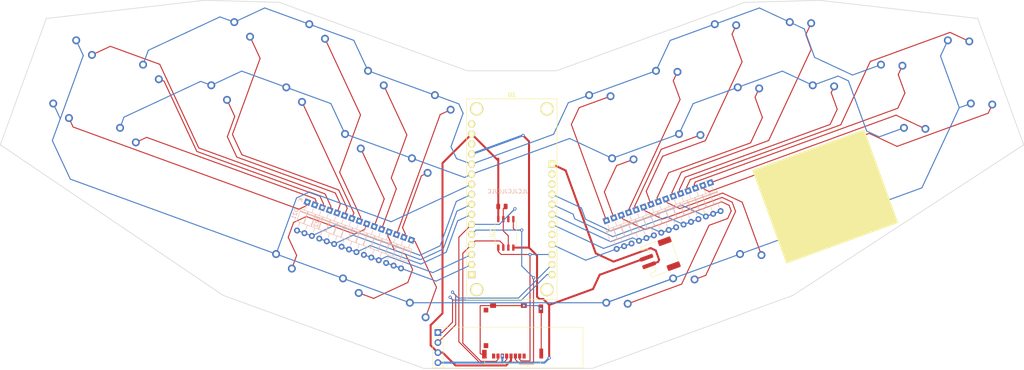
<source format=kicad_pcb>
(kicad_pcb (version 20171130) (host pcbnew 5.1.6)
  (layers (0 F.Cu signal) (31 B.Cu signal) (34 B.Paste user hide) (35 F.Paste user hide) (36 B.SilkS user) (37 F.SilkS user) (38 B.Mask user) (39 F.Mask user) (44 Edge.Cuts user))
  (net 0 "")
  (net 1 "Net-(D1-Pad1)")
  (net 2 "Net-(D2-Pad1)")
  (net 3 "Net-(D3-Pad1)")
  (net 4 "Net-(D4-Pad1)")
  (net 5 "Net-(D5-Pad1)")
  (net 6 "Net-(D6-Pad1)")
  (net 7 "Net-(D7-Pad1)")
  (net 8 "Net-(D8-Pad1)")
  (net 9 "Net-(D9-Pad1)")
  (net 10 "Net-(D10-Pad1)")
  (net 11 "Net-(D11-Pad1)")
  (net 12 "Net-(D12-Pad1)")
  (net 13 "Net-(D13-Pad1)")
  (net 14 "Net-(D14-Pad1)")
  (net 15 "Net-(D15-Pad1)")
  (net 16 "Net-(D16-Pad1)")
  (net 17 "Net-(D17-Pad1)")
  (net 18 "Net-(D18-Pad1)")
  (net 19 GND)
  (net 20 COL1)
  (net 21 COL2)
  (net 22 COL3)
  (net 23 COL4)
  (net 24 COL5)
  (net 25 ROW2)
  (net 26 ROW3)
  (net 27 RST)
  (net 28 "Net-(D20-Pad1)")
  (net 29 "Net-(D21-Pad1)")
  (net 30 COL6)
  (net 31 "Net-(D19-Pad1)")
  (net 32 "Net-(D22-Pad1)")
  (net 33 "Net-(D23-Pad1)")
  (net 34 "Net-(D24-Pad1)")
  (net 35 "Net-(D25-Pad1)")
  (net 36 "Net-(D26-Pad1)")
  (net 37 "Net-(D27-Pad1)")
  (net 38 "Net-(D28-Pad1)")
  (net 39 "Net-(U1-Pad1)")
  (net 40 "Net-(U1-Pad14)")
  (net 41 "Net-(U1-Pad19)")
  (net 42 ROW1)
  (net 43 "Net-(U1-Pad24)")
  (net 44 BAT)
  (net 45 VCC)
  (net 46 SCL)
  (net 47 SDA)
  (net 48 COL7)
  (net 49 COL8)
  (net 50 COL9)
  (net 51 COL10)
  (net 52 MISO)
  (net 53 SCLK)
  (net 54 MOSI)
  (net 55 CS)
  (net 56 "Net-(R1-Pad1)")
  (net 57 "Net-(D29-Pad1)")
  (net 58 "Net-(D30-Pad1)")
  (net 59 "Net-(J2-PadP1)")
  (net 60 "Net-(J2-PadDT)")
  (net 61 "Net-(J2-PadSW)")
  (net 62 "Net-(J2-Pad8)")
  (net 63 "Net-(J2-Pad1)")
  (net 64 "Net-(U1-Pad18)")
  (module Keebio-Parts:Kailh-PG1350-1u-No-Clickhole (layer F.Cu) (at 191.314569 89.693376 200)
    (fp_text reference K16)
    (fp_text value KEYSW hide)
    (pad "" np_thru_hole circle (at 5.5 0 20) (size 1.7 1.7) (drill 1.7) (layers *.Cu *.Mask))
    (pad "" np_thru_hole circle (at -5.5 0 20) (size 1.7 1.7) (drill 1.7) (layers *.Cu *.Mask))
    (pad 2 thru_hole circle (at -5 3.8 241.9) (size 2 2) (drill 1.2) (layers *.Cu *.Mask) (net 16 "Net-(D16-Pad1)"))
    (pad 1 thru_hole circle (at 0 5.9 20) (size 2 2) (drill 1.2) (layers *.Cu *.Mask) (net 25 ROW2))
    (pad "" np_thru_hole circle (at 0 0 20) (size 3.4 3.4) (drill 3.4) (layers *.Cu *.Mask))
  )
  (module Keebio-Parts:Kailh-PG1350-1u-No-Clickhole (layer F.Cu) (at 206.748521 120.059542 200)
    (fp_text reference K27)
    (fp_text value KEYSW hide)
    (pad "" np_thru_hole circle (at 5.5 0 20) (size 1.7 1.7) (drill 1.7) (layers *.Cu *.Mask))
    (pad "" np_thru_hole circle (at -5.5 0 20) (size 1.7 1.7) (drill 1.7) (layers *.Cu *.Mask))
    (pad 2 thru_hole circle (at -5 3.8 241.9) (size 2 2) (drill 1.2) (layers *.Cu *.Mask) (net 37 "Net-(D27-Pad1)"))
    (pad 1 thru_hole circle (at 0 5.9 20) (size 2 2) (drill 1.2) (layers *.Cu *.Mask) (net 26 ROW3))
    (pad "" np_thru_hole circle (at 0 0 20) (size 3.4 3.4) (drill 3.4) (layers *.Cu *.Mask))
  )
  (module Downloads:ADAFRUIT_FEATHER (layer F.Cu) (at 163.925606 94.506081 270)
    (fp_text reference U1 (at -26.416 0) (layer F.SilkS) (effects (font (thickness 0.25))))
    (fp_text value Adafruit_Feather hide)
    (pad 28 thru_hole circle (at 19.05 -10.16 270) (size 1.778 1.778) (drill 0.9906) (layers *.Cu *.Mask F.SilkS) (net 47 SDA))
    (pad 27 thru_hole circle (at 16.51 -10.16 270) (size 1.778 1.778) (drill 0.9906) (layers *.Cu *.Mask F.SilkS) (net 46 SCL))
    (pad 26 thru_hole circle (at 13.97 -10.16 270) (size 1.778 1.778) (drill 0.9906) (layers *.Cu *.Mask F.SilkS) (net 55 CS))
    (pad 25 thru_hole circle (at 11.43 -10.16 270) (size 1.778 1.778) (drill 0.9906) (layers *.Cu *.Mask F.SilkS) (net 30 COL6))
    (pad 24 thru_hole circle (at 8.89 -10.16 270) (size 1.778 1.778) (drill 0.9906) (layers *.Cu *.Mask F.SilkS) (net 43 "Net-(U1-Pad24)"))
    (pad 23 thru_hole circle (at 6.35 -10.16 270) (size 1.778 1.778) (drill 0.9906) (layers *.Cu *.Mask F.SilkS) (net 48 COL7))
    (pad 22 thru_hole circle (at 3.81 -10.16 270) (size 1.778 1.778) (drill 0.9906) (layers *.Cu *.Mask F.SilkS) (net 49 COL8))
    (pad 21 thru_hole circle (at 1.27 -10.16 270) (size 1.778 1.778) (drill 0.9906) (layers *.Cu *.Mask F.SilkS) (net 50 COL9))
    (pad 20 thru_hole circle (at -1.27 -10.16 270) (size 1.778 1.778) (drill 0.9906) (layers *.Cu *.Mask F.SilkS) (net 51 COL10))
    (pad 19 thru_hole circle (at -3.81 -10.16 270) (size 1.778 1.778) (drill 0.9906) (layers *.Cu *.Mask F.SilkS) (net 41 "Net-(U1-Pad19)"))
    (pad 17 thru_hole rect (at -8.89 -10.16 270) (size 1.778 1.778) (drill 0.9906) (layers *.Cu *.Mask F.SilkS) (net 44 BAT))
    (pad 18 thru_hole circle (at -6.35 -10.16 270) (size 1.778 1.778) (drill 0.9906) (layers *.Cu *.Mask F.SilkS) (net 64 "Net-(U1-Pad18)"))
    (pad 1 thru_hole rect (at 19.05 10.16 270) (size 1.778 1.778) (drill 0.9906) (layers *.Cu *.Mask F.SilkS) (net 39 "Net-(U1-Pad1)"))
    (pad 2 thru_hole circle (at 16.51 10.16 270) (size 1.778 1.778) (drill 0.9906) (layers *.Cu *.Mask F.SilkS) (net 24 COL5))
    (pad 3 thru_hole circle (at 13.97 10.16 270) (size 1.778 1.778) (drill 0.9906) (layers *.Cu *.Mask F.SilkS) (net 23 COL4))
    (pad 4 thru_hole circle (at 11.43 10.16 270) (size 1.778 1.778) (drill 0.9906) (layers *.Cu *.Mask F.SilkS) (net 52 MISO))
    (pad 5 thru_hole circle (at 8.89 10.16 270) (size 1.778 1.778) (drill 0.9906) (layers *.Cu *.Mask F.SilkS) (net 54 MOSI))
    (pad 6 thru_hole circle (at 6.35 10.16 270) (size 1.778 1.778) (drill 0.9906) (layers *.Cu *.Mask F.SilkS) (net 53 SCLK))
    (pad 7 thru_hole circle (at 3.81 10.16 270) (size 1.778 1.778) (drill 0.9906) (layers *.Cu *.Mask F.SilkS) (net 22 COL3))
    (pad 8 thru_hole circle (at 1.27 10.16 270) (size 1.778 1.778) (drill 0.9906) (layers *.Cu *.Mask F.SilkS) (net 21 COL2))
    (pad 9 thru_hole circle (at -1.27 10.16 270) (size 1.778 1.778) (drill 0.9906) (layers *.Cu *.Mask F.SilkS) (net 20 COL1))
    (pad 10 thru_hole circle (at -3.81 10.16 270) (size 1.778 1.778) (drill 0.9906) (layers *.Cu *.Mask F.SilkS) (net 26 ROW3))
    (pad 11 thru_hole circle (at -6.35 10.16 270) (size 1.778 1.778) (drill 0.9906) (layers *.Cu *.Mask F.SilkS) (net 25 ROW2))
    (pad 12 thru_hole circle (at -8.89 10.16 270) (size 1.778 1.778) (drill 0.9906) (layers *.Cu *.Mask F.SilkS) (net 42 ROW1))
    (pad 13 thru_hole circle (at -11.43 10.16 270) (size 1.778 1.778) (drill 0.9906) (layers *.Cu *.Mask F.SilkS) (net 19 GND))
    (pad 14 thru_hole circle (at -13.97 10.16 270) (size 1.778 1.778) (drill 0.9906) (layers *.Cu *.Mask F.SilkS) (net 40 "Net-(U1-Pad14)"))
    (pad 15 thru_hole circle (at -16.51 10.16 270) (size 1.778 1.778) (drill 0.9906) (layers *.Cu *.Mask F.SilkS) (net 45 VCC))
    (pad 16 thru_hole circle (at -19.05 10.16 270) (size 1.778 1.778) (drill 0.9906) (layers *.Cu *.Mask F.SilkS) (net 27 RST))
    (pad "" thru_hole circle (at 22.86 -8.89 270) (size 3.302 3.302) (drill 2.54) (layers *.Cu *.Mask F.SilkS))
    (pad "" thru_hole circle (at 22.86 8.89 270) (size 3.302 3.302) (drill 2.54) (layers *.Cu *.Mask F.SilkS))
    (pad "" thru_hole circle (at -22.86 8.89 270) (size 3.302 3.302) (drill 2.54) (layers *.Cu *.Mask F.SilkS))
    (pad "" thru_hole circle (at -22.86 -8.89 270) (size 3.302 3.302) (drill 2.54) (layers *.Cu *.Mask F.SilkS))
  )
  (module Keebio-Parts:Kailh-PG1350-1u-No-Clickhole (layer F.Cu) (at 208.229037 83.537016 200)
    (fp_text reference K17)
    (fp_text value KEYSW hide)
    (pad "" np_thru_hole circle (at 5.5 0 20) (size 1.7 1.7) (drill 1.7) (layers *.Cu *.Mask))
    (pad "" np_thru_hole circle (at -5.5 0 20) (size 1.7 1.7) (drill 1.7) (layers *.Cu *.Mask))
    (pad 2 thru_hole circle (at -5 3.8 241.9) (size 2 2) (drill 1.2) (layers *.Cu *.Mask) (net 17 "Net-(D17-Pad1)"))
    (pad 1 thru_hole circle (at 0 5.9 20) (size 2 2) (drill 1.2) (layers *.Cu *.Mask) (net 25 ROW2))
    (pad "" np_thru_hole circle (at 0 0 20) (size 3.4 3.4) (drill 3.4) (layers *.Cu *.Mask))
  )
  (module Package_SO:SOP-8_5.28x5.23mm_P1.27mm (layer F.Cu) (at 162.405091 103.131088 90)
    (fp_text reference U2 (at 0 -3.56 90) (layer F.SilkS))
    (fp_text value MT25QL128ABA1ESE)
    (pad 8 smd roundrect (at 3.6 -1.905 90) (size 1.6 0.6) (layers F.Cu F.Paste F.Mask) (net 45 VCC))
    (pad 7 smd roundrect (at 3.6 -0.635 90) (size 1.6 0.6) (layers F.Cu F.Paste F.Mask) (net 56 "Net-(R1-Pad1)"))
    (pad 6 smd roundrect (at 3.6 0.635 90) (size 1.6 0.6) (layers F.Cu F.Paste F.Mask) (net 53 SCLK))
    (pad 5 smd roundrect (at 3.6 1.905 90) (size 1.6 0.6) (layers F.Cu F.Paste F.Mask) (net 54 MOSI))
    (pad 4 smd roundrect (at -3.6 1.905 90) (size 1.6 0.6) (layers F.Cu F.Paste F.Mask) (net 19 GND))
    (pad 3 smd roundrect (at -3.6 0.635 90) (size 1.6 0.6) (layers F.Cu F.Paste F.Mask) (net 56 "Net-(R1-Pad1)"))
    (pad 2 smd roundrect (at -3.6 -0.635 90) (size 1.6 0.6) (layers F.Cu F.Paste F.Mask) (net 52 MISO))
    (pad 1 smd roundrect (at -3.6 -1.905 90) (size 1.6 0.6) (layers F.Cu F.Paste F.Mask) (net 55 CS))
  )
  (module Connector_JST:JST_PH_S2B-PH-SM4-TB_1x02-1MP_P2.00mm_Horizontal (layer F.Cu) (at 200.988358 109.269283 110)
    (fp_text reference BT1 hide)
    (fp_text value Battery_Cell)
    (pad MP smd roundrect (at 3.35 2.9 110) (size 1.5 3.4) (layers F.Cu F.Paste F.Mask) (roundrect_rratio 0.166667))
    (pad MP smd roundrect (at -3.35 2.9 110) (size 1.5 3.4) (layers F.Cu F.Paste F.Mask) (roundrect_rratio 0.166667))
    (pad 2 smd roundrect (at 1 -2.85 110) (size 1 3.5) (layers F.Cu F.Paste F.Mask) (net 19 GND))
    (pad 1 smd roundrect (at -1 -2.85 110) (size 1 3.5) (layers F.Cu F.Paste F.Mask) (net 44 BAT))
  )
  (module Keebio-Parts:Kailh-PG1350-1u-No-Clickhole (layer F.Cu) (at 51.724211 59.848562 160)
    (fp_text reference K22)
    (fp_text value KEYSW hide)
    (pad "" np_thru_hole circle (at 5.5 0 340) (size 1.7 1.7) (drill 1.7) (layers *.Cu *.Mask))
    (pad "" np_thru_hole circle (at -5.5 0 340) (size 1.7 1.7) (drill 1.7) (layers *.Cu *.Mask))
    (pad 2 thru_hole circle (at -5 3.8 201.9) (size 2 2) (drill 1.2) (layers *.Cu *.Mask) (net 32 "Net-(D22-Pad1)"))
    (pad 1 thru_hole circle (at 0 5.9 340) (size 2 2) (drill 1.2) (layers *.Cu *.Mask) (net 26 ROW3))
    (pad "" np_thru_hole circle (at 0 0 340) (size 3.4 3.4) (drill 3.4) (layers *.Cu *.Mask))
  )
  (module Keebio-Parts:Kailh-PG1350-1u-No-Clickhole (layer F.Cu) (at 45.909793 75.823308 160)
    (fp_text reference K21)
    (fp_text value KEYSW hide)
    (pad "" np_thru_hole circle (at 5.5 0 340) (size 1.7 1.7) (drill 1.7) (layers *.Cu *.Mask))
    (pad "" np_thru_hole circle (at -5.5 0 340) (size 1.7 1.7) (drill 1.7) (layers *.Cu *.Mask))
    (pad 2 thru_hole circle (at -5 3.8 201.9) (size 2 2) (drill 1.2) (layers *.Cu *.Mask) (net 29 "Net-(D21-Pad1)"))
    (pad 1 thru_hole circle (at 0 5.9 340) (size 2 2) (drill 1.2) (layers *.Cu *.Mask) (net 26 ROW3))
    (pad "" np_thru_hole circle (at 0 0 340) (size 3.4 3.4) (drill 3.4) (layers *.Cu *.Mask))
  )
  (module Diode_THT:D_DO-34_SOD68_P7.62mm_Horizontal (layer B.Cu) (at 117.837557 97.292866 250)
    (fp_text reference D22 (at 3.81 1.92 70) (layer B.SilkS) (effects (justify mirror)))
    (fp_text value DIODE)
    (fp_text user K (at 0 1.75 70) (layer B.SilkS) (effects (justify mirror)))
    (pad 2 thru_hole oval (at 7.62 0 250) (size 1.5 1.5) (drill 0.75) (layers *.Cu *.Mask) (net 21 COL2))
    (pad 1 thru_hole rect (at 0 0 250) (size 1.5 1.5) (drill 0.75) (layers *.Cu *.Mask) (net 32 "Net-(D22-Pad1)"))
  )
  (module Diode_THT:D_DO-34_SOD68_P7.62mm_Horizontal (layer B.Cu) (at 112.199401 95.240745 250)
    (fp_text reference D21 (at 3.81 1.92 70) (layer B.SilkS) (effects (justify mirror)))
    (fp_text value DIODE)
    (fp_text user K (at 0 1.75 70) (layer B.SilkS) (effects (justify mirror)))
    (pad 2 thru_hole oval (at 7.62 0 250) (size 1.5 1.5) (drill 0.75) (layers *.Cu *.Mask) (net 20 COL1))
    (pad 1 thru_hole rect (at 0 0 250) (size 1.5 1.5) (drill 0.75) (layers *.Cu *.Mask) (net 29 "Net-(D21-Pad1)"))
  )
  (module Diode_THT:D_DO-34_SOD68_P7.62mm_Horizontal (layer B.Cu) (at 132.872639 102.765187 250)
    (fp_text reference D24 hide)
    (fp_text value DIODE)
    (pad 2 thru_hole oval (at 7.62 0 250) (size 1.5 1.5) (drill 0.75) (layers *.Cu *.Mask) (net 23 COL4))
    (pad 1 thru_hole rect (at 0 0 250) (size 1.5 1.5) (drill 0.75) (layers *.Cu *.Mask) (net 34 "Net-(D24-Pad1)"))
  )
  (module Keebio-Parts:Kailh-PG1350-1u-No-Clickhole (layer F.Cu) (at 136.119127 126.217873 160)
    (fp_text reference K25)
    (fp_text value KEYSW hide)
    (pad "" np_thru_hole circle (at 5.5 0 340) (size 1.7 1.7) (drill 1.7) (layers *.Cu *.Mask))
    (pad "" np_thru_hole circle (at -5.5 0 340) (size 1.7 1.7) (drill 1.7) (layers *.Cu *.Mask))
    (pad 2 thru_hole circle (at -5 3.8 201.9) (size 2 2) (drill 1.2) (layers *.Cu *.Mask) (net 35 "Net-(D25-Pad1)"))
    (pad 1 thru_hole circle (at 0 5.9 340) (size 2 2) (drill 1.2) (layers *.Cu *.Mask) (net 26 ROW3))
    (pad "" np_thru_hole circle (at 0 0 340) (size 3.4 3.4) (drill 3.4) (layers *.Cu *.Mask))
  )
  (module Keebio-Parts:Kailh-PG1350-1u-No-Clickhole (layer F.Cu) (at 119.204661 120.061509 160)
    (fp_text reference K24)
    (fp_text value KEYSW hide)
    (pad "" np_thru_hole circle (at 5.5 0 340) (size 1.7 1.7) (drill 1.7) (layers *.Cu *.Mask))
    (pad "" np_thru_hole circle (at -5.5 0 340) (size 1.7 1.7) (drill 1.7) (layers *.Cu *.Mask))
    (pad 2 thru_hole circle (at -5 3.8 201.9) (size 2 2) (drill 1.2) (layers *.Cu *.Mask) (net 34 "Net-(D24-Pad1)"))
    (pad 1 thru_hole circle (at 0 5.9 340) (size 2 2) (drill 1.2) (layers *.Cu *.Mask) (net 26 ROW3))
    (pad "" np_thru_hole circle (at 0 0 340) (size 3.4 3.4) (drill 3.4) (layers *.Cu *.Mask))
  )
  (module Keebio-Parts:Kailh-PG1350-1u-No-Clickhole (layer F.Cu) (at 102.290193 113.905143 160)
    (fp_text reference K23)
    (fp_text value KEYSW hide)
    (pad "" np_thru_hole circle (at 5.5 0 340) (size 1.7 1.7) (drill 1.7) (layers *.Cu *.Mask))
    (pad "" np_thru_hole circle (at -5.5 0 340) (size 1.7 1.7) (drill 1.7) (layers *.Cu *.Mask))
    (pad 2 thru_hole circle (at -5 3.8 201.9) (size 2 2) (drill 1.2) (layers *.Cu *.Mask) (net 33 "Net-(D23-Pad1)"))
    (pad 1 thru_hole circle (at 0 5.9 340) (size 2 2) (drill 1.2) (layers *.Cu *.Mask) (net 26 ROW3))
    (pad "" np_thru_hole circle (at 0 0 340) (size 3.4 3.4) (drill 3.4) (layers *.Cu *.Mask))
  )
  (module Keebio-Parts:Kailh-PG1350-1u-No-Clickhole (layer F.Cu) (at 282.043266 75.826032 200)
    (fp_text reference K30)
    (fp_text value KEYSW hide)
    (pad "" np_thru_hole circle (at 5.5 0 20) (size 1.7 1.7) (drill 1.7) (layers *.Cu *.Mask))
    (pad "" np_thru_hole circle (at -5.5 0 20) (size 1.7 1.7) (drill 1.7) (layers *.Cu *.Mask))
    (pad 2 thru_hole circle (at -5 3.8 241.9) (size 2 2) (drill 1.2) (layers *.Cu *.Mask) (net 58 "Net-(D30-Pad1)"))
    (pad 1 thru_hole circle (at 0 5.9 20) (size 2 2) (drill 1.2) (layers *.Cu *.Mask) (net 26 ROW3))
    (pad "" np_thru_hole circle (at 0 0 20) (size 3.4 3.4) (drill 3.4) (layers *.Cu *.Mask))
  )
  (module Keebio-Parts:Kailh-PG1350-1u-No-Clickhole (layer F.Cu) (at 276.228927 59.851256 200)
    (fp_text reference K29)
    (fp_text value KEYSW hide)
    (pad "" np_thru_hole circle (at 5.5 0 20) (size 1.7 1.7) (drill 1.7) (layers *.Cu *.Mask))
    (pad "" np_thru_hole circle (at -5.5 0 20) (size 1.7 1.7) (drill 1.7) (layers *.Cu *.Mask))
    (pad 2 thru_hole circle (at -5 3.8 241.9) (size 2 2) (drill 1.2) (layers *.Cu *.Mask) (net 57 "Net-(D29-Pad1)"))
    (pad 1 thru_hole circle (at 0 5.9 20) (size 2 2) (drill 1.2) (layers *.Cu *.Mask) (net 26 ROW3))
    (pad "" np_thru_hole circle (at 0 0 20) (size 3.4 3.4) (drill 3.4) (layers *.Cu *.Mask))
  )
  (module Keebio-Parts:Kailh-PG1350-1u-No-Clickhole (layer F.Cu) (at 223.66299 113.903178 200)
    (fp_text reference K28)
    (fp_text value KEYSW hide)
    (pad "" np_thru_hole circle (at 5.5 0 20) (size 1.7 1.7) (drill 1.7) (layers *.Cu *.Mask))
    (pad "" np_thru_hole circle (at -5.5 0 20) (size 1.7 1.7) (drill 1.7) (layers *.Cu *.Mask))
    (pad 2 thru_hole circle (at -5 3.8 241.9) (size 2 2) (drill 1.2) (layers *.Cu *.Mask) (net 38 "Net-(D28-Pad1)"))
    (pad 1 thru_hole circle (at 0 5.9 20) (size 2 2) (drill 1.2) (layers *.Cu *.Mask) (net 26 ROW3))
    (pad "" np_thru_hole circle (at 0 0 20) (size 3.4 3.4) (drill 3.4) (layers *.Cu *.Mask))
  )
  (module Keebio-Parts:Kailh-PG1350-1u-No-Clickhole (layer F.Cu) (at 189.834054 126.215903 200)
    (fp_text reference K26)
    (fp_text value KEYSW hide)
    (pad "" np_thru_hole circle (at 5.5 0 20) (size 1.7 1.7) (drill 1.7) (layers *.Cu *.Mask))
    (pad "" np_thru_hole circle (at -5.5 0 20) (size 1.7 1.7) (drill 1.7) (layers *.Cu *.Mask))
    (pad 2 thru_hole circle (at -5 3.8 241.9) (size 2 2) (drill 1.2) (layers *.Cu *.Mask) (net 36 "Net-(D26-Pad1)"))
    (pad 1 thru_hole circle (at 0 5.9 20) (size 2 2) (drill 1.2) (layers *.Cu *.Mask) (net 26 ROW3))
    (pad "" np_thru_hole circle (at 0 0 20) (size 3.4 3.4) (drill 3.4) (layers *.Cu *.Mask))
  )
  (module Keebio-Parts:Kailh-PG1350-1u-No-Clickhole (layer F.Cu) (at 265.1288 81.982395 200)
    (fp_text reference K20)
    (fp_text value KEYSW hide)
    (pad "" np_thru_hole circle (at 5.5 0 20) (size 1.7 1.7) (drill 1.7) (layers *.Cu *.Mask))
    (pad "" np_thru_hole circle (at -5.5 0 20) (size 1.7 1.7) (drill 1.7) (layers *.Cu *.Mask))
    (pad 2 thru_hole circle (at -5 3.8 241.9) (size 2 2) (drill 1.2) (layers *.Cu *.Mask) (net 28 "Net-(D20-Pad1)"))
    (pad 1 thru_hole circle (at 0 5.9 20) (size 2 2) (drill 1.2) (layers *.Cu *.Mask) (net 25 ROW2))
    (pad "" np_thru_hole circle (at 0 0 20) (size 3.4 3.4) (drill 3.4) (layers *.Cu *.Mask))
  )
  (module Keebio-Parts:Kailh-PG1350-1u-No-Clickhole (layer F.Cu) (at 242.057972 71.224291 200)
    (fp_text reference K19)
    (fp_text value KEYSW hide)
    (pad "" np_thru_hole circle (at 5.5 0 20) (size 1.7 1.7) (drill 1.7) (layers *.Cu *.Mask))
    (pad "" np_thru_hole circle (at -5.5 0 20) (size 1.7 1.7) (drill 1.7) (layers *.Cu *.Mask))
    (pad 2 thru_hole circle (at -5 3.8 241.9) (size 2 2) (drill 1.2) (layers *.Cu *.Mask) (net 31 "Net-(D19-Pad1)"))
    (pad 1 thru_hole circle (at 0 5.9 20) (size 2 2) (drill 1.2) (layers *.Cu *.Mask) (net 25 ROW2))
    (pad "" np_thru_hole circle (at 0 0 20) (size 3.4 3.4) (drill 3.4) (layers *.Cu *.Mask))
  )
  (module Keebio-Parts:Kailh-PG1350-1u-No-Clickhole (layer F.Cu) (at 223.091383 71.742494 200)
    (fp_text reference K18)
    (fp_text value KEYSW hide)
    (pad "" np_thru_hole circle (at 5.5 0 20) (size 1.7 1.7) (drill 1.7) (layers *.Cu *.Mask))
    (pad "" np_thru_hole circle (at -5.5 0 20) (size 1.7 1.7) (drill 1.7) (layers *.Cu *.Mask))
    (pad 2 thru_hole circle (at -5 3.8 241.9) (size 2 2) (drill 1.2) (layers *.Cu *.Mask) (net 18 "Net-(D18-Pad1)"))
    (pad 1 thru_hole circle (at 0 5.9 20) (size 2 2) (drill 1.2) (layers *.Cu *.Mask) (net 25 ROW2))
    (pad "" np_thru_hole circle (at 0 0 20) (size 3.4 3.4) (drill 3.4) (layers *.Cu *.Mask))
  )
  (module Keebio-Parts:Kailh-PG1350-1u-No-Clickhole (layer F.Cu) (at 136.635605 89.686079 160)
    (fp_text reference K15)
    (fp_text value KEYSW hide)
    (pad "" np_thru_hole circle (at 5.5 0 340) (size 1.7 1.7) (drill 1.7) (layers *.Cu *.Mask))
    (pad "" np_thru_hole circle (at -5.5 0 340) (size 1.7 1.7) (drill 1.7) (layers *.Cu *.Mask))
    (pad 2 thru_hole circle (at -5 3.8 201.9) (size 2 2) (drill 1.2) (layers *.Cu *.Mask) (net 15 "Net-(D15-Pad1)"))
    (pad 1 thru_hole circle (at 0 5.9 340) (size 2 2) (drill 1.2) (layers *.Cu *.Mask) (net 25 ROW2))
    (pad "" np_thru_hole circle (at 0 0 340) (size 3.4 3.4) (drill 3.4) (layers *.Cu *.Mask))
  )
  (module Keebio-Parts:Kailh-PG1350-1u-No-Clickhole (layer F.Cu) (at 119.724098 83.53432 160)
    (fp_text reference K14)
    (fp_text value KEYSW hide)
    (pad "" np_thru_hole circle (at 5.5 0 340) (size 1.7 1.7) (drill 1.7) (layers *.Cu *.Mask))
    (pad "" np_thru_hole circle (at -5.5 0 340) (size 1.7 1.7) (drill 1.7) (layers *.Cu *.Mask))
    (pad 2 thru_hole circle (at -5 3.8 201.9) (size 2 2) (drill 1.2) (layers *.Cu *.Mask) (net 14 "Net-(D14-Pad1)"))
    (pad 1 thru_hole circle (at 0 5.9 340) (size 2 2) (drill 1.2) (layers *.Cu *.Mask) (net 25 ROW2))
    (pad "" np_thru_hole circle (at 0 0 340) (size 3.4 3.4) (drill 3.4) (layers *.Cu *.Mask))
  )
  (module Keebio-Parts:Kailh-PG1350-1u-No-Clickhole (layer F.Cu) (at 104.861753 71.739801 160)
    (fp_text reference K13)
    (fp_text value KEYSW hide)
    (pad "" np_thru_hole circle (at 5.5 0 340) (size 1.7 1.7) (drill 1.7) (layers *.Cu *.Mask))
    (pad "" np_thru_hole circle (at -5.5 0 340) (size 1.7 1.7) (drill 1.7) (layers *.Cu *.Mask))
    (pad 2 thru_hole circle (at -5 3.8 201.9) (size 2 2) (drill 1.2) (layers *.Cu *.Mask) (net 13 "Net-(D13-Pad1)"))
    (pad 1 thru_hole circle (at 0 5.9 340) (size 2 2) (drill 1.2) (layers *.Cu *.Mask) (net 25 ROW2))
    (pad "" np_thru_hole circle (at 0 0 340) (size 3.4 3.4) (drill 3.4) (layers *.Cu *.Mask))
  )
  (module Keebio-Parts:Kailh-PG1350-1u-No-Clickhole (layer F.Cu) (at 85.895165 71.221593 160)
    (fp_text reference K12)
    (fp_text value KEYSW hide)
    (pad "" np_thru_hole circle (at 5.5 0 340) (size 1.7 1.7) (drill 1.7) (layers *.Cu *.Mask))
    (pad "" np_thru_hole circle (at -5.5 0 340) (size 1.7 1.7) (drill 1.7) (layers *.Cu *.Mask))
    (pad 2 thru_hole circle (at -5 3.8 201.9) (size 2 2) (drill 1.2) (layers *.Cu *.Mask) (net 12 "Net-(D12-Pad1)"))
    (pad 1 thru_hole circle (at 0 5.9 340) (size 2 2) (drill 1.2) (layers *.Cu *.Mask) (net 25 ROW2))
    (pad "" np_thru_hole circle (at 0 0 340) (size 3.4 3.4) (drill 3.4) (layers *.Cu *.Mask))
  )
  (module Keebio-Parts:Kailh-PG1350-1u-No-Clickhole (layer F.Cu) (at 62.824336 81.979698 160)
    (fp_text reference K11)
    (fp_text value KEYSW hide)
    (pad "" np_thru_hole circle (at 5.5 0 340) (size 1.7 1.7) (drill 1.7) (layers *.Cu *.Mask))
    (pad "" np_thru_hole circle (at -5.5 0 340) (size 1.7 1.7) (drill 1.7) (layers *.Cu *.Mask))
    (pad 2 thru_hole circle (at -5 3.8 201.9) (size 2 2) (drill 1.2) (layers *.Cu *.Mask) (net 11 "Net-(D11-Pad1)"))
    (pad 1 thru_hole circle (at 0 5.9 340) (size 2 2) (drill 1.2) (layers *.Cu *.Mask) (net 25 ROW2))
    (pad "" np_thru_hole circle (at 0 0 340) (size 3.4 3.4) (drill 3.4) (layers *.Cu *.Mask))
  )
  (module Keebio-Parts:Kailh-PG1350-1u-No-Clickhole (layer F.Cu) (at 259.314457 66.007618 200)
    (fp_text reference K10)
    (fp_text value KEYSW hide)
    (pad "" np_thru_hole circle (at 5.5 0 20) (size 1.7 1.7) (drill 1.7) (layers *.Cu *.Mask))
    (pad "" np_thru_hole circle (at -5.5 0 20) (size 1.7 1.7) (drill 1.7) (layers *.Cu *.Mask))
    (pad 2 thru_hole circle (at -5 3.8 241.9) (size 2 2) (drill 1.2) (layers *.Cu *.Mask) (net 10 "Net-(D10-Pad1)"))
    (pad 1 thru_hole circle (at 0 5.9 20) (size 2 2) (drill 1.2) (layers *.Cu *.Mask) (net 42 ROW1))
    (pad "" np_thru_hole circle (at 0 0 20) (size 3.4 3.4) (drill 3.4) (layers *.Cu *.Mask))
  )
  (module Keebio-Parts:Kailh-PG1350-1u-No-Clickhole (layer F.Cu) (at 236.243628 55.249515 200)
    (fp_text reference K9)
    (fp_text value KEYSW hide)
    (pad "" np_thru_hole circle (at 5.5 0 20) (size 1.7 1.7) (drill 1.7) (layers *.Cu *.Mask))
    (pad "" np_thru_hole circle (at -5.5 0 20) (size 1.7 1.7) (drill 1.7) (layers *.Cu *.Mask))
    (pad 2 thru_hole circle (at -5 3.8 241.9) (size 2 2) (drill 1.2) (layers *.Cu *.Mask) (net 9 "Net-(D9-Pad1)"))
    (pad 1 thru_hole circle (at 0 5.9 20) (size 2 2) (drill 1.2) (layers *.Cu *.Mask) (net 42 ROW1))
    (pad "" np_thru_hole circle (at 0 0 20) (size 3.4 3.4) (drill 3.4) (layers *.Cu *.Mask))
  )
  (module Keebio-Parts:Kailh-PG1350-1u-No-Clickhole (layer F.Cu) (at 217.277042 55.767721 200)
    (fp_text reference K8)
    (fp_text value KEYSW hide)
    (pad "" np_thru_hole circle (at 5.5 0 20) (size 1.7 1.7) (drill 1.7) (layers *.Cu *.Mask))
    (pad "" np_thru_hole circle (at -5.5 0 20) (size 1.7 1.7) (drill 1.7) (layers *.Cu *.Mask))
    (pad 2 thru_hole circle (at -5 3.8 241.9) (size 2 2) (drill 1.2) (layers *.Cu *.Mask) (net 8 "Net-(D8-Pad1)"))
    (pad 1 thru_hole circle (at 0 5.9 20) (size 2 2) (drill 1.2) (layers *.Cu *.Mask) (net 42 ROW1))
    (pad "" np_thru_hole circle (at 0 0 20) (size 3.4 3.4) (drill 3.4) (layers *.Cu *.Mask))
  )
  (module Keebio-Parts:Kailh-PG1350-1u-No-Clickhole (layer F.Cu) (at 202.414694 67.56224 200)
    (fp_text reference K7)
    (fp_text value KEYSW hide)
    (pad "" np_thru_hole circle (at 5.5 0 20) (size 1.7 1.7) (drill 1.7) (layers *.Cu *.Mask))
    (pad "" np_thru_hole circle (at -5.5 0 20) (size 1.7 1.7) (drill 1.7) (layers *.Cu *.Mask))
    (pad 2 thru_hole circle (at -5 3.8 241.9) (size 2 2) (drill 1.2) (layers *.Cu *.Mask) (net 7 "Net-(D7-Pad1)"))
    (pad 1 thru_hole circle (at 0 5.9 20) (size 2 2) (drill 1.2) (layers *.Cu *.Mask) (net 42 ROW1))
    (pad "" np_thru_hole circle (at 0 0 20) (size 3.4 3.4) (drill 3.4) (layers *.Cu *.Mask))
  )
  (module Keebio-Parts:Kailh-PG1350-1u-No-Clickhole (layer F.Cu) (at 185.500226 73.718603 200)
    (fp_text reference K6)
    (fp_text value KEYSW hide)
    (pad "" np_thru_hole circle (at 5.5 0 20) (size 1.7 1.7) (drill 1.7) (layers *.Cu *.Mask))
    (pad "" np_thru_hole circle (at -5.5 0 20) (size 1.7 1.7) (drill 1.7) (layers *.Cu *.Mask))
    (pad 2 thru_hole circle (at -5 3.8 241.9) (size 2 2) (drill 1.2) (layers *.Cu *.Mask) (net 6 "Net-(D6-Pad1)"))
    (pad 1 thru_hole circle (at 0 5.9 20) (size 2 2) (drill 1.2) (layers *.Cu *.Mask) (net 42 ROW1))
    (pad "" np_thru_hole circle (at 0 0 20) (size 3.4 3.4) (drill 3.4) (layers *.Cu *.Mask))
  )
  (module Keebio-Parts:Kailh-PG1350-1u-No-Clickhole (layer F.Cu) (at 142.452908 73.715907 160)
    (fp_text reference K5)
    (fp_text value KEYSW hide)
    (pad "" np_thru_hole circle (at 5.5 0 340) (size 1.7 1.7) (drill 1.7) (layers *.Cu *.Mask))
    (pad "" np_thru_hole circle (at -5.5 0 340) (size 1.7 1.7) (drill 1.7) (layers *.Cu *.Mask))
    (pad 2 thru_hole circle (at -5 3.8 201.9) (size 2 2) (drill 1.2) (layers *.Cu *.Mask) (net 5 "Net-(D5-Pad1)"))
    (pad 1 thru_hole circle (at 0 5.9 340) (size 2 2) (drill 1.2) (layers *.Cu *.Mask) (net 42 ROW1))
    (pad "" np_thru_hole circle (at 0 0 340) (size 3.4 3.4) (drill 3.4) (layers *.Cu *.Mask))
  )
  (module Keebio-Parts:Kailh-PG1350-1u-No-Clickhole (layer F.Cu) (at 125.53844 67.559544 160)
    (fp_text reference K4)
    (fp_text value KEYSW hide)
    (pad "" np_thru_hole circle (at 5.5 0 340) (size 1.7 1.7) (drill 1.7) (layers *.Cu *.Mask))
    (pad "" np_thru_hole circle (at -5.5 0 340) (size 1.7 1.7) (drill 1.7) (layers *.Cu *.Mask))
    (pad 2 thru_hole circle (at -5 3.8 201.9) (size 2 2) (drill 1.2) (layers *.Cu *.Mask) (net 4 "Net-(D4-Pad1)"))
    (pad 1 thru_hole circle (at 0 5.9 340) (size 2 2) (drill 1.2) (layers *.Cu *.Mask) (net 42 ROW1))
    (pad "" np_thru_hole circle (at 0 0 340) (size 3.4 3.4) (drill 3.4) (layers *.Cu *.Mask))
  )
  (module Keebio-Parts:Kailh-PG1350-1u-No-Clickhole (layer F.Cu) (at 110.676094 55.765025 160)
    (fp_text reference K3)
    (fp_text value KEYSW hide)
    (pad "" np_thru_hole circle (at 5.5 0 340) (size 1.7 1.7) (drill 1.7) (layers *.Cu *.Mask))
    (pad "" np_thru_hole circle (at -5.5 0 340) (size 1.7 1.7) (drill 1.7) (layers *.Cu *.Mask))
    (pad 2 thru_hole circle (at -5 3.8 201.9) (size 2 2) (drill 1.2) (layers *.Cu *.Mask) (net 3 "Net-(D3-Pad1)"))
    (pad 1 thru_hole circle (at 0 5.9 340) (size 2 2) (drill 1.2) (layers *.Cu *.Mask) (net 42 ROW1))
    (pad "" np_thru_hole circle (at 0 0 340) (size 3.4 3.4) (drill 3.4) (layers *.Cu *.Mask))
  )
  (module Keebio-Parts:Kailh-PG1350-1u-No-Clickhole (layer F.Cu) (at 91.709507 55.246817 160)
    (fp_text reference K2)
    (fp_text value KEYSW hide)
    (pad "" np_thru_hole circle (at 5.5 0 340) (size 1.7 1.7) (drill 1.7) (layers *.Cu *.Mask))
    (pad "" np_thru_hole circle (at -5.5 0 340) (size 1.7 1.7) (drill 1.7) (layers *.Cu *.Mask))
    (pad 2 thru_hole circle (at -5 3.8 201.9) (size 2 2) (drill 1.2) (layers *.Cu *.Mask) (net 2 "Net-(D2-Pad1)"))
    (pad 1 thru_hole circle (at 0 5.9 340) (size 2 2) (drill 1.2) (layers *.Cu *.Mask) (net 42 ROW1))
    (pad "" np_thru_hole circle (at 0 0 340) (size 3.4 3.4) (drill 3.4) (layers *.Cu *.Mask))
  )
  (module Keebio-Parts:Kailh-PG1350-1u-No-Clickhole (layer F.Cu) (at 68.638676 66.004925 160)
    (fp_text reference K1)
    (fp_text value KEYSW hide)
    (pad "" np_thru_hole circle (at 5.5 0 340) (size 1.7 1.7) (drill 1.7) (layers *.Cu *.Mask))
    (pad "" np_thru_hole circle (at -5.5 0 340) (size 1.7 1.7) (drill 1.7) (layers *.Cu *.Mask))
    (pad 2 thru_hole circle (at -5 3.8 201.9) (size 2 2) (drill 1.2) (layers *.Cu *.Mask) (net 1 "Net-(D1-Pad1)"))
    (pad 1 thru_hole circle (at 0 5.9 340) (size 2 2) (drill 1.2) (layers *.Cu *.Mask) (net 42 ROW1))
    (pad "" np_thru_hole circle (at 0 0 340) (size 3.4 3.4) (drill 3.4) (layers *.Cu *.Mask))
  )
  (module Connector_PinHeader_2.54mm:PinHeader_1x04_P2.54mm_Vertical (layer F.Cu) (at 145.225605 128.206081)
    (fp_text reference J3 hide)
    (fp_text value Conn_01x04)
    (pad 4 thru_hole oval (at 0 7.62) (size 1.7 1.7) (drill 1) (layers *.Cu *.Mask) (net 19 GND))
    (pad 3 thru_hole oval (at 0 5.08) (size 1.7 1.7) (drill 1) (layers *.Cu *.Mask) (net 45 VCC))
    (pad 2 thru_hole oval (at 0 2.54) (size 1.7 1.7) (drill 1) (layers *.Cu *.Mask) (net 46 SCL))
    (pad 1 thru_hole rect (at 0 0) (size 1.7 1.7) (drill 1) (layers *.Cu *.Mask) (net 47 SDA))
  )
  (module misc:MOLEX_503182-1852 (layer F.Cu) (at 164.125605 127.806081 180)
    (fp_text reference J2 hide)
    (fp_text value 503182-1852)
    (pad P5 smd rect (at 4.94 6.4 180) (size 1.5 1.15) (layers F.Cu F.Paste F.Mask) (net 59 "Net-(J2-PadP1)"))
    (pad P4 smd rect (at -2.84 6.4 180) (size 1.5 1.15) (layers F.Cu F.Paste F.Mask) (net 59 "Net-(J2-PadP1)"))
    (pad P3 smd rect (at -7.145 5.605 180) (size 1.15 2.2) (layers F.Cu F.Paste F.Mask) (net 59 "Net-(J2-PadP1)"))
    (pad DT smd rect (at 6.74 5.275 180) (size 1.16 1.2) (layers F.Cu F.Paste F.Mask) (net 60 "Net-(J2-PadDT)"))
    (pad SW smd rect (at 6.74 -3.725 180) (size 1.16 1.25) (layers F.Cu F.Paste F.Mask) (net 61 "Net-(J2-PadSW)"))
    (pad P2 smd rect (at 7.145 -5.875 180) (size 1.15 2.2) (layers F.Cu F.Paste F.Mask) (net 59 "Net-(J2-PadP1)"))
    (pad P1 smd rect (at -7.245 -5.725 180) (size 0.95 2.5) (layers F.Cu F.Paste F.Mask) (net 59 "Net-(J2-PadP1)"))
    (pad 8 smd rect (at 4.8 -6.355 180) (size 0.8 1.24) (layers F.Cu F.Paste F.Mask) (net 62 "Net-(J2-Pad8)"))
    (pad 7 smd rect (at 3.7 -6.355 180) (size 0.8 1.24) (layers F.Cu F.Paste F.Mask) (net 52 MISO))
    (pad 6 smd rect (at 2.6 -6.355 180) (size 0.8 1.24) (layers F.Cu F.Paste F.Mask) (net 19 GND))
    (pad 5 smd rect (at 1.5 -6.355 180) (size 0.8 1.24) (layers F.Cu F.Paste F.Mask) (net 53 SCLK))
    (pad 4 smd rect (at 0.4 -6.355 180) (size 0.8 1.24) (layers F.Cu F.Paste F.Mask) (net 45 VCC))
    (pad 3 smd rect (at -0.7 -6.355 180) (size 0.8 1.24) (layers F.Cu F.Paste F.Mask) (net 54 MOSI))
    (pad 2 smd rect (at -1.8 -6.355 180) (size 0.8 1.24) (layers F.Cu F.Paste F.Mask) (net 55 CS))
    (pad 1 smd rect (at -2.9 -6.355 180) (size 0.8 1.24) (layers F.Cu F.Paste F.Mask) (net 63 "Net-(J2-Pad1)"))
  )
  (module Resistor_SMD:R_0805_2012Metric (layer F.Cu) (at 161.425604 96.331088 180)
    (fp_text reference R1 hide)
    (fp_text value 10K)
    (pad 2 smd roundrect (at 0.9375 0 180) (size 0.975 1.4) (layers F.Cu F.Paste F.Mask) (net 45 VCC))
    (pad 1 smd roundrect (at -0.9375 0 180) (size 0.975 1.4) (layers F.Cu F.Paste F.Mask) (net 56 "Net-(R1-Pad1)"))
  )
  (module Diode_THT:D_DO-34_SOD68_P7.62mm_Horizontal (layer B.Cu) (at 212.249025 91.019667 290)
    (fp_text reference D30 hide)
    (fp_text value DIODE)
    (pad 2 thru_hole oval (at 7.62 0 290) (size 1.5 1.5) (drill 0.75) (layers *.Cu *.Mask) (net 51 COL10))
    (pad 1 thru_hole rect (at 0 0 290) (size 1.5 1.5) (drill 0.75) (layers *.Cu *.Mask) (net 58 "Net-(D30-Pad1)"))
  )
  (module Diode_THT:D_DO-34_SOD68_P7.62mm_Horizontal (layer B.Cu) (at 208.516852 92.378068 290)
    (fp_text reference D29 hide)
    (fp_text value DIODE)
    (pad 2 thru_hole oval (at 7.62 0 290) (size 1.5 1.5) (drill 0.75) (layers *.Cu *.Mask) (net 50 COL9))
    (pad 1 thru_hole rect (at 0 0 290) (size 1.5 1.5) (drill 0.75) (layers *.Cu *.Mask) (net 57 "Net-(D29-Pad1)"))
  )
  (module Diode_THT:D_DO-34_SOD68_P7.62mm_Horizontal (layer B.Cu) (at 202.878697 94.430186 290)
    (fp_text reference D28 hide)
    (fp_text value DIODE)
    (pad 2 thru_hole oval (at 7.62 0 290) (size 1.5 1.5) (drill 0.75) (layers *.Cu *.Mask) (net 49 COL8))
    (pad 1 thru_hole rect (at 0 0 290) (size 1.5 1.5) (drill 0.75) (layers *.Cu *.Mask) (net 38 "Net-(D28-Pad1)"))
  )
  (module Diode_THT:D_DO-34_SOD68_P7.62mm_Horizontal (layer B.Cu) (at 197.240542 96.48231 290)
    (fp_text reference D27 hide)
    (fp_text value DIODE)
    (pad 2 thru_hole oval (at 7.62 0 290) (size 1.5 1.5) (drill 0.75) (layers *.Cu *.Mask) (net 48 COL7))
    (pad 1 thru_hole rect (at 0 0 290) (size 1.5 1.5) (drill 0.75) (layers *.Cu *.Mask) (net 37 "Net-(D27-Pad1)"))
  )
  (module Diode_THT:D_DO-34_SOD68_P7.62mm_Horizontal (layer B.Cu) (at 191.602386 98.534431 290)
    (fp_text reference D26 hide)
    (fp_text value DIODE)
    (pad 2 thru_hole oval (at 7.62 0 290) (size 1.5 1.5) (drill 0.75) (layers *.Cu *.Mask) (net 30 COL6))
    (pad 1 thru_hole rect (at 0 0 290) (size 1.5 1.5) (drill 0.75) (layers *.Cu *.Mask) (net 36 "Net-(D26-Pad1)"))
  )
  (module Diode_THT:D_DO-34_SOD68_P7.62mm_Horizontal (layer B.Cu) (at 138.510794 104.817309 250)
    (fp_text reference D25 hide)
    (fp_text value DIODE)
    (pad 2 thru_hole oval (at 7.62 0 250) (size 1.5 1.5) (drill 0.75) (layers *.Cu *.Mask) (net 24 COL5))
    (pad 1 thru_hole rect (at 0 0 250) (size 1.5 1.5) (drill 0.75) (layers *.Cu *.Mask) (net 35 "Net-(D25-Pad1)"))
  )
  (module Diode_THT:D_DO-34_SOD68_P7.62mm_Horizontal (layer B.Cu) (at 127.234484 100.713068 250)
    (fp_text reference D23 hide)
    (fp_text value DIODE)
    (pad 2 thru_hole oval (at 7.62 0 250) (size 1.5 1.5) (drill 0.75) (layers *.Cu *.Mask) (net 22 COL3))
    (pad 1 thru_hole rect (at 0 0 250) (size 1.5 1.5) (drill 0.75) (layers *.Cu *.Mask) (net 33 "Net-(D23-Pad1)"))
  )
  (module Diode_THT:D_DO-34_SOD68_P7.62mm_Horizontal (layer B.Cu) (at 214.128411 90.335628 290)
    (fp_text reference D20 hide)
    (fp_text value DIODE)
    (pad 2 thru_hole oval (at 7.62 0 290) (size 1.5 1.5) (drill 0.75) (layers *.Cu *.Mask) (net 51 COL10))
    (pad 1 thru_hole rect (at 0 0 290) (size 1.5 1.5) (drill 0.75) (layers *.Cu *.Mask) (net 28 "Net-(D20-Pad1)"))
  )
  (module Diode_THT:D_DO-34_SOD68_P7.62mm_Horizontal (layer B.Cu) (at 206.637467 93.062107 290)
    (fp_text reference D19 hide)
    (fp_text value DIODE)
    (pad 2 thru_hole oval (at 7.62 0 290) (size 1.5 1.5) (drill 0.75) (layers *.Cu *.Mask) (net 50 COL9))
    (pad 1 thru_hole rect (at 0 0 290) (size 1.5 1.5) (drill 0.75) (layers *.Cu *.Mask) (net 31 "Net-(D19-Pad1)"))
  )
  (module Diode_THT:D_DO-34_SOD68_P7.62mm_Horizontal (layer B.Cu) (at 200.999312 95.11423 290)
    (fp_text reference D18 hide)
    (fp_text value DIODE)
    (pad 2 thru_hole oval (at 7.62 0 290) (size 1.5 1.5) (drill 0.75) (layers *.Cu *.Mask) (net 49 COL8))
    (pad 1 thru_hole rect (at 0 0 290) (size 1.5 1.5) (drill 0.75) (layers *.Cu *.Mask) (net 18 "Net-(D18-Pad1)"))
  )
  (module Diode_THT:D_DO-34_SOD68_P7.62mm_Horizontal (layer B.Cu) (at 195.361157 97.16635 290)
    (fp_text reference D17 hide)
    (fp_text value DIODE)
    (pad 2 thru_hole oval (at 7.62 0 290) (size 1.5 1.5) (drill 0.75) (layers *.Cu *.Mask) (net 48 COL7))
    (pad 1 thru_hole rect (at 0 0 290) (size 1.5 1.5) (drill 0.75) (layers *.Cu *.Mask) (net 17 "Net-(D17-Pad1)"))
  )
  (module Diode_THT:D_DO-34_SOD68_P7.62mm_Horizontal (layer B.Cu) (at 189.723001 99.218471 290)
    (fp_text reference D16 hide)
    (fp_text value DIODE)
    (pad 2 thru_hole oval (at 7.62 0 290) (size 1.5 1.5) (drill 0.75) (layers *.Cu *.Mask) (net 30 COL6))
    (pad 1 thru_hole rect (at 0 0 290) (size 1.5 1.5) (drill 0.75) (layers *.Cu *.Mask) (net 16 "Net-(D16-Pad1)"))
  )
  (module Diode_THT:D_DO-34_SOD68_P7.62mm_Horizontal (layer B.Cu) (at 136.631409 104.133269 250)
    (fp_text reference D15 hide)
    (fp_text value DIODE)
    (pad 2 thru_hole oval (at 7.62 0 250) (size 1.5 1.5) (drill 0.75) (layers *.Cu *.Mask) (net 24 COL5))
    (pad 1 thru_hole rect (at 0 0 250) (size 1.5 1.5) (drill 0.75) (layers *.Cu *.Mask) (net 15 "Net-(D15-Pad1)"))
  )
  (module Diode_THT:D_DO-34_SOD68_P7.62mm_Horizontal (layer B.Cu) (at 129.113869 101.397107 250)
    (fp_text reference D14 hide)
    (fp_text value DIODE)
    (pad 2 thru_hole oval (at 7.62 0 250) (size 1.5 1.5) (drill 0.75) (layers *.Cu *.Mask) (net 23 COL4))
    (pad 1 thru_hole rect (at 0 0 250) (size 1.5 1.5) (drill 0.75) (layers *.Cu *.Mask) (net 14 "Net-(D14-Pad1)"))
  )
  (module Diode_THT:D_DO-34_SOD68_P7.62mm_Horizontal (layer B.Cu) (at 123.475712 99.344986 250)
    (fp_text reference D13 hide)
    (fp_text value DIODE)
    (pad 2 thru_hole oval (at 7.62 0 250) (size 1.5 1.5) (drill 0.75) (layers *.Cu *.Mask) (net 22 COL3))
    (pad 1 thru_hole rect (at 0 0 250) (size 1.5 1.5) (drill 0.75) (layers *.Cu *.Mask) (net 13 "Net-(D13-Pad1)"))
  )
  (module Diode_THT:D_DO-34_SOD68_P7.62mm_Horizontal (layer B.Cu) (at 119.716943 97.976906 250)
    (fp_text reference D12 hide)
    (fp_text value DIODE)
    (pad 2 thru_hole oval (at 7.62 0 250) (size 1.5 1.5) (drill 0.75) (layers *.Cu *.Mask) (net 21 COL2))
    (pad 1 thru_hole rect (at 0 0 250) (size 1.5 1.5) (drill 0.75) (layers *.Cu *.Mask) (net 12 "Net-(D12-Pad1)"))
  )
  (module Diode_THT:D_DO-34_SOD68_P7.62mm_Horizontal (layer B.Cu) (at 114.078785 95.924784 250)
    (fp_text reference D11 hide)
    (fp_text value DIODE)
    (pad 2 thru_hole oval (at 7.62 0 250) (size 1.5 1.5) (drill 0.75) (layers *.Cu *.Mask) (net 20 COL1))
    (pad 1 thru_hole rect (at 0 0 250) (size 1.5 1.5) (drill 0.75) (layers *.Cu *.Mask) (net 11 "Net-(D11-Pad1)"))
  )
  (module Diode_THT:D_DO-34_SOD68_P7.62mm_Horizontal (layer B.Cu) (at 210.396237 91.694028 290)
    (fp_text reference D10 hide)
    (fp_text value DIODE)
    (pad 2 thru_hole oval (at 7.62 0 290) (size 1.5 1.5) (drill 0.75) (layers *.Cu *.Mask) (net 51 COL10))
    (pad 1 thru_hole rect (at 0 0 290) (size 1.5 1.5) (drill 0.75) (layers *.Cu *.Mask) (net 10 "Net-(D10-Pad1)"))
  )
  (module Diode_THT:D_DO-34_SOD68_P7.62mm_Horizontal (layer B.Cu) (at 204.758082 93.746148 290)
    (fp_text reference D9 hide)
    (fp_text value DIODE)
    (pad 2 thru_hole oval (at 7.62 0 290) (size 1.5 1.5) (drill 0.75) (layers *.Cu *.Mask) (net 50 COL9))
    (pad 1 thru_hole rect (at 0 0 290) (size 1.5 1.5) (drill 0.75) (layers *.Cu *.Mask) (net 9 "Net-(D9-Pad1)"))
  )
  (module Diode_THT:D_DO-34_SOD68_P7.62mm_Horizontal (layer B.Cu) (at 199.119927 95.798269 290)
    (fp_text reference D8 hide)
    (fp_text value DIODE)
    (pad 2 thru_hole oval (at 7.62 0 290) (size 1.5 1.5) (drill 0.75) (layers *.Cu *.Mask) (net 49 COL8))
    (pad 1 thru_hole rect (at 0 0 290) (size 1.5 1.5) (drill 0.75) (layers *.Cu *.Mask) (net 8 "Net-(D8-Pad1)"))
  )
  (module Diode_THT:D_DO-34_SOD68_P7.62mm_Horizontal (layer B.Cu) (at 193.481771 97.850391 290)
    (fp_text reference D7 hide)
    (fp_text value DIODE)
    (pad 2 thru_hole oval (at 7.62 0 290) (size 1.5 1.5) (drill 0.75) (layers *.Cu *.Mask) (net 48 COL7))
    (pad 1 thru_hole rect (at 0 0 290) (size 1.5 1.5) (drill 0.75) (layers *.Cu *.Mask) (net 7 "Net-(D7-Pad1)"))
  )
  (module Diode_THT:D_DO-34_SOD68_P7.62mm_Horizontal (layer B.Cu) (at 187.843616 99.902512 290)
    (fp_text reference D6 hide)
    (fp_text value DIODE)
    (pad 2 thru_hole oval (at 7.62 0 290) (size 1.5 1.5) (drill 0.75) (layers *.Cu *.Mask) (net 30 COL6))
    (pad 1 thru_hole rect (at 0 0 290) (size 1.5 1.5) (drill 0.75) (layers *.Cu *.Mask) (net 6 "Net-(D6-Pad1)"))
  )
  (module Diode_THT:D_DO-34_SOD68_P7.62mm_Horizontal (layer B.Cu) (at 134.752024 103.449227 250)
    (fp_text reference D5 hide)
    (fp_text value DIODE)
    (pad 2 thru_hole oval (at 7.62 0 250) (size 1.5 1.5) (drill 0.75) (layers *.Cu *.Mask) (net 24 COL5))
    (pad 1 thru_hole rect (at 0 0 250) (size 1.5 1.5) (drill 0.75) (layers *.Cu *.Mask) (net 5 "Net-(D5-Pad1)"))
  )
  (module Diode_THT:D_DO-34_SOD68_P7.62mm_Horizontal (layer B.Cu) (at 130.993253 102.081146 250)
    (fp_text reference D4 hide)
    (fp_text value DIODE)
    (pad 2 thru_hole oval (at 7.62 0 250) (size 1.5 1.5) (drill 0.75) (layers *.Cu *.Mask) (net 23 COL4))
    (pad 1 thru_hole rect (at 0 0 250) (size 1.5 1.5) (drill 0.75) (layers *.Cu *.Mask) (net 4 "Net-(D4-Pad1)"))
  )
  (module Diode_THT:D_DO-34_SOD68_P7.62mm_Horizontal (layer B.Cu) (at 125.355098 100.029026 250)
    (fp_text reference D3 hide)
    (fp_text value DIODE)
    (pad 2 thru_hole oval (at 7.62 0 250) (size 1.5 1.5) (drill 0.75) (layers *.Cu *.Mask) (net 22 COL3))
    (pad 1 thru_hole rect (at 0 0 250) (size 1.5 1.5) (drill 0.75) (layers *.Cu *.Mask) (net 3 "Net-(D3-Pad1)"))
  )
  (module Diode_THT:D_DO-34_SOD68_P7.62mm_Horizontal (layer B.Cu) (at 121.596327 98.660945 250)
    (fp_text reference D2 hide)
    (fp_text value DIODE)
    (pad 2 thru_hole oval (at 7.62 0 250) (size 1.5 1.5) (drill 0.75) (layers *.Cu *.Mask) (net 21 COL2))
    (pad 1 thru_hole rect (at 0 0 250) (size 1.5 1.5) (drill 0.75) (layers *.Cu *.Mask) (net 2 "Net-(D2-Pad1)"))
  )
  (module Diode_THT:D_DO-34_SOD68_P7.62mm_Horizontal (layer B.Cu) (at 115.958171 96.608826 250)
    (fp_text reference D1 hide)
    (fp_text value DIODE)
    (pad 2 thru_hole oval (at 7.62 0 250) (size 1.5 1.5) (drill 0.75) (layers *.Cu *.Mask) (net 20 COL1))
    (pad 1 thru_hole rect (at 0 0 250) (size 1.5 1.5) (drill 0.75) (layers *.Cu *.Mask) (net 1 "Net-(D1-Pad1)"))
  )
  (gr_poly (pts (xy 261.577 100.428994) (xy 233.386222 110.689598) (xy 224.835718 87.197282) (xy 253.026497 76.936678)) (layer F.SilkS) (width 0.1))
  (gr_line (start 184.283991 137.281472) (end 141.669189 137.283442) (layer Edge.Cuts) (width 0.15))
  (gr_line (start 46.174149 48.782994) (end 86.159444 44.181249) (layer Edge.Cuts) (width 0.15))
  (gr_line (start 90.925788 118.81435) (end 34.545388 80.732515) (layer Edge.Cuts) (width 0.15))
  (gr_line (start 34.545463 80.732543) (end 46.17415 48.782993) (layer Edge.Cuts) (width 0.15))
  (gr_line (start 293.407672 80.735238) (end 235.027394 118.812385) (layer Edge.Cuts) (width 0.15))
  (gr_line (start 281.778989 48.785688) (end 293.407672 80.735238) (layer Edge.Cuts) (width 0.15))
  (gr_line (start 241.793692 44.183945) (end 281.778989 48.785688) (layer Edge.Cuts) (width 0.15))
  (gr_line (start 181.925605 126.87608) (end 181.925605 137.15608) (layer F.SilkS) (width 0.12))
  (gr_line (start 143.895605 126.876079) (end 181.925605 126.87608) (layer F.SilkS) (width 0.12))
  (gr_line (start 143.895606 137.15608) (end 181.925605 137.15608) (layer F.SilkS) (width 0.12))
  (gr_line (start 222.827101 44.702153) (end 175.225605 62.006082) (layer Edge.Cuts) (width 0.15))
  (gr_line (start 152.625607 62.006081) (end 175.225605 62.006082) (layer Edge.Cuts) (width 0.15))
  (gr_line (start 105.126033 44.699458) (end 152.625607 62.006081) (layer Edge.Cuts) (width 0.15))
  (gr_line (start 86.159446 44.181252) (end 105.126033 44.699458) (layer Edge.Cuts) (width 0.15))
  (gr_line (start 141.669189 137.283442) (end 90.925789 118.814352) (layer Edge.Cuts) (width 0.15))
  (gr_line (start 235.027394 118.812385) (end 184.283991 137.281472) (layer Edge.Cuts) (width 0.15))
  (gr_line (start 222.827101 44.702153) (end 241.793692 44.183945) (layer Edge.Cuts) (width 0.15))
  (gr_text JLCJLCJLCJLC (at 162.925603 92.506081) (layer B.SilkS) (effects (font (size 1 1)) (justify mirror)))
  (segment (start 75.965741 64.627883) (end 84.257873 82.410416) (width 0.254) (layer F.Cu) (net 1))
  (segment (start 74.636816 64.144194) (end 75.965741 64.627883) (width 0.254) (layer F.Cu) (net 1))
  (segment (start 116.301559 95.665374) (end 115.958171 96.608826) (width 0.254) (layer F.Cu) (net 1))
  (segment (start 115.407441 93.747932) (end 116.301559 95.665374) (width 0.254) (layer F.Cu) (net 1))
  (segment (start 84.257873 82.410416) (end 115.407441 93.747932) (width 0.254) (layer F.Cu) (net 1))
  (segment (start 100.261749 58.863382) (end 93.255282 78.113494) (width 0.254) (layer F.Cu) (net 2))
  (segment (start 97.707647 53.386089) (end 100.261749 58.863382) (width 0.254) (layer F.Cu) (net 2))
  (segment (start 122.285007 96.76881) (end 121.596327 98.660945) (width 0.254) (layer F.Cu) (net 2))
  (segment (start 93.255282 78.113494) (end 95.645972 83.240345) (width 0.254) (layer F.Cu) (net 2))
  (segment (start 95.645972 83.240345) (end 120.132483 92.152708) (width 0.254) (layer F.Cu) (net 2))
  (segment (start 120.132483 92.152708) (end 122.285007 96.76881) (width 0.254) (layer F.Cu) (net 2))
  (segment (start 125.698486 99.085575) (end 125.355098 100.029026) (width 0.254) (layer F.Cu) (net 3))
  (segment (start 120.375657 87.670734) (end 125.698486 99.085575) (width 0.254) (layer F.Cu) (net 3))
  (segment (start 125.655459 73.164594) (end 120.375657 87.670734) (width 0.254) (layer F.Cu) (net 3))
  (segment (start 116.674237 53.904296) (end 125.655459 73.164594) (width 0.254) (layer F.Cu) (net 3))
  (segment (start 134.715126 91.855387) (end 133.424446 89.087514) (width 0.254) (layer F.Cu) (net 4))
  (segment (start 130.993253 102.081146) (end 134.715126 91.855387) (width 0.254) (layer F.Cu) (net 4))
  (segment (start 137.377883 78.225527) (end 131.536579 65.698812) (width 0.254) (layer F.Cu) (net 4))
  (segment (start 133.424446 89.087514) (end 137.377883 78.225527) (width 0.254) (layer F.Cu) (net 4))
  (segment (start 145.801658 73.090606) (end 148.451048 71.855176) (width 0.254) (layer F.Cu) (net 5))
  (segment (start 134.752025 103.449227) (end 145.801658 73.090606) (width 0.254) (layer F.Cu) (net 5))
  (segment (start 187.570087 68.92136) (end 188.899012 68.437671) (width 0.254) (layer F.Cu) (net 6))
  (segment (start 180.966163 71.324992) (end 187.570087 68.92136) (width 0.254) (layer F.Cu) (net 6))
  (segment (start 178.987033 75.56925) (end 180.966163 71.324992) (width 0.254) (layer F.Cu) (net 6))
  (segment (start 187.843616 99.902512) (end 178.987033 75.56925) (width 0.254) (layer F.Cu) (net 6))
  (segment (start 193.341204 97.464185) (end 193.481771 97.850391) (width 0.254) (layer F.Cu) (net 7))
  (segment (start 204.765546 64.52861) (end 206.489998 69.266504) (width 0.254) (layer F.Cu) (net 7))
  (segment (start 206.489998 69.266504) (end 193.341204 97.464185) (width 0.254) (layer F.Cu) (net 7))
  (segment (start 205.81348 62.281308) (end 204.765546 64.52861) (width 0.254) (layer F.Cu) (net 7))
  (segment (start 199.119927 95.798269) (end 197.922857 92.509346) (width 0.254) (layer F.Cu) (net 8))
  (segment (start 197.922857 92.509346) (end 202.066706 83.622831) (width 0.254) (layer F.Cu) (net 8))
  (segment (start 219.627893 52.734094) (end 220.675829 50.486789) (width 0.254) (layer F.Cu) (net 8))
  (segment (start 222.176952 59.737577) (end 219.627893 52.734094) (width 0.254) (layer F.Cu) (net 8))
  (segment (start 212.873171 79.6896) (end 222.176952 59.737577) (width 0.254) (layer F.Cu) (net 8))
  (segment (start 202.066706 83.622831) (end 212.873171 79.6896) (width 0.254) (layer F.Cu) (net 8))
  (segment (start 204.414694 92.802697) (end 206.802993 87.680974) (width 0.254) (layer F.Cu) (net 9))
  (segment (start 204.758082 93.746148) (end 204.414694 92.802697) (width 0.254) (layer F.Cu) (net 9))
  (segment (start 206.802993 87.680974) (end 228.889529 79.642132) (width 0.254) (layer F.Cu) (net 9))
  (segment (start 228.889529 79.642132) (end 239.647634 56.571302) (width 0.254) (layer F.Cu) (net 9))
  (segment (start 238.295644 52.856741) (end 239.642415 49.968582) (width 0.254) (layer F.Cu) (net 9))
  (segment (start 239.647634 56.571302) (end 238.295644 52.856741) (width 0.254) (layer F.Cu) (net 9))
  (segment (start 210.052849 90.750576) (end 210.349294 90.114848) (width 0.254) (layer F.Cu) (net 10))
  (segment (start 210.396237 91.694028) (end 210.052849 90.750576) (width 0.254) (layer F.Cu) (net 10))
  (segment (start 210.349294 90.114848) (end 261.566302 71.473381) (width 0.254) (layer F.Cu) (net 10))
  (segment (start 261.566302 71.473381) (end 263.35932 67.628243) (width 0.254) (layer F.Cu) (net 10))
  (segment (start 261.665309 62.973988) (end 262.713244 60.726685) (width 0.254) (layer F.Cu) (net 10))
  (segment (start 263.35932 67.628243) (end 261.665309 62.973988) (width 0.254) (layer F.Cu) (net 10))
  (segment (start 114.422174 94.981334) (end 114.125728 94.345604) (width 0.254) (layer F.Cu) (net 11))
  (segment (start 114.078785 95.924784) (end 114.422174 94.981334) (width 0.254) (layer F.Cu) (net 11))
  (segment (start 71.547346 78.848339) (end 68.822476 80.118968) (width 0.254) (layer F.Cu) (net 11))
  (segment (start 114.125728 94.345604) (end 71.547346 78.848339) (width 0.254) (layer F.Cu) (net 11))
  (segment (start 91.893303 69.360864) (end 93.849735 73.556444) (width 0.254) (layer F.Cu) (net 12))
  (segment (start 93.849735 73.556444) (end 91.973569 78.711168) (width 0.254) (layer F.Cu) (net 12))
  (segment (start 91.973569 78.711168) (end 94.364259 83.83802) (width 0.254) (layer F.Cu) (net 12))
  (segment (start 94.364259 83.83802) (end 119.266115 92.901554) (width 0.254) (layer F.Cu) (net 12))
  (segment (start 120.556795 95.669428) (end 119.716943 97.976906) (width 0.254) (layer F.Cu) (net 12))
  (segment (start 119.266115 92.901554) (end 120.556795 95.669428) (width 0.254) (layer F.Cu) (net 12))
  (segment (start 123.968601 97.990786) (end 123.475712 99.344986) (width 0.254) (layer F.Cu) (net 13))
  (segment (start 110.859893 69.879069) (end 123.968601 97.990786) (width 0.254) (layer F.Cu) (net 13))
  (segment (start 131.658879 94.404754) (end 129.113869 101.397107) (width 0.254) (layer F.Cu) (net 14))
  (segment (start 125.722238 81.673588) (end 131.658879 94.404754) (width 0.254) (layer F.Cu) (net 14))
  (segment (start 136.974798 103.189819) (end 136.281788 101.703654) (width 0.254) (layer F.Cu) (net 15))
  (segment (start 136.631409 104.133269) (end 136.974798 103.189819) (width 0.254) (layer F.Cu) (net 15))
  (segment (start 141.067203 88.55584) (end 142.633743 87.825349) (width 0.254) (layer F.Cu) (net 15))
  (segment (start 136.281788 101.703654) (end 141.067203 88.55584) (width 0.254) (layer F.Cu) (net 15))
  (segment (start 194.713355 84.412444) (end 190.44053 85.967625) (width 0.254) (layer F.Cu) (net 16))
  (segment (start 187.32886 92.640623) (end 189.723001 99.218471) (width 0.254) (layer F.Cu) (net 16))
  (segment (start 190.44053 85.967625) (end 187.32886 92.640623) (width 0.254) (layer F.Cu) (net 16))
  (segment (start 210.298898 78.739772) (end 211.627823 78.256083) (width 0.254) (layer F.Cu) (net 17))
  (segment (start 201.713081 81.864754) (end 210.298898 78.739772) (width 0.254) (layer F.Cu) (net 17))
  (segment (start 195.017768 96.222899) (end 201.713081 81.864754) (width 0.254) (layer F.Cu) (net 17))
  (segment (start 195.361157 97.16635) (end 195.017768 96.222899) (width 0.254) (layer F.Cu) (net 17))
  (segment (start 200.655924 94.170778) (end 203.641896 87.767341) (width 0.254) (layer F.Cu) (net 18))
  (segment (start 200.999312 95.11423) (end 200.655924 94.170778) (width 0.254) (layer F.Cu) (net 18))
  (segment (start 203.641896 87.767341) (end 224.318892 80.24153) (width 0.254) (layer F.Cu) (net 18))
  (segment (start 224.318892 80.24153) (end 227.307255 73.832966) (width 0.254) (layer F.Cu) (net 18))
  (segment (start 225.442234 68.708866) (end 226.490169 66.461562) (width 0.254) (layer F.Cu) (net 18))
  (segment (start 227.307255 73.832966) (end 225.442234 68.708866) (width 0.254) (layer F.Cu) (net 18))
  (via (at 161.525604 134.106081) (size 0.8) (drill 0.4) (layers F.Cu B.Cu) (net 19))
  (segment (start 161.525605 134.161081) (end 161.525604 134.106081) (width 0.508) (layer F.Cu) (net 19))
  (segment (start 161.525606 135.80608) (end 161.525604 134.106081) (width 0.508) (layer B.Cu) (net 19))
  (segment (start 161.545605 135.826081) (end 169.205605 135.82608) (width 0.508) (layer B.Cu) (net 19))
  (segment (start 161.545605 135.826081) (end 161.525606 135.80608) (width 0.508) (layer B.Cu) (net 19))
  (segment (start 145.225606 135.82608) (end 161.545605 135.826081) (width 0.508) (layer B.Cu) (net 19))
  (via (at 166.772876 78.368909) (size 0.8) (drill 0.4) (layers F.Cu B.Cu) (net 19))
  (segment (start 153.765606 83.076081) (end 166.740252 78.353696) (width 0.508) (layer B.Cu) (net 19))
  (segment (start 166.740252 78.353696) (end 166.772876 78.368909) (width 0.508) (layer B.Cu) (net 19))
  (via (at 173.375091 134.641088) (size 0.8) (drill 0.4) (layers F.Cu B.Cu) (net 19))
  (segment (start 169.205605 135.82608) (end 172.190099 135.82608) (width 0.508) (layer B.Cu) (net 19))
  (segment (start 172.190099 135.82608) (end 173.375091 134.641088) (width 0.508) (layer B.Cu) (net 19))
  (segment (start 173.375091 134.641088) (end 173.375091 121.241088) (width 0.508) (layer F.Cu) (net 19))
  (segment (start 173.375091 121.241088) (end 171.875091 119.741088) (width 0.508) (layer F.Cu) (net 19))
  (segment (start 171.875091 119.741088) (end 170.885091 119.741088) (width 0.508) (layer F.Cu) (net 19))
  (segment (start 170.885091 119.741088) (end 170.305091 119.161088) (width 0.508) (layer F.Cu) (net 19))
  (segment (start 170.305091 119.161088) (end 170.305091 108.761088) (width 0.508) (layer F.Cu) (net 19))
  (segment (start 168.275091 106.731088) (end 164.310091 106.731088) (width 0.508) (layer F.Cu) (net 19))
  (segment (start 170.305091 108.761088) (end 168.275091 106.731088) (width 0.508) (layer F.Cu) (net 19))
  (segment (start 168.275091 79.871124) (end 166.772876 78.368909) (width 0.508) (layer F.Cu) (net 19))
  (segment (start 168.275091 106.731088) (end 168.275091 79.871124) (width 0.508) (layer F.Cu) (net 19))
  (segment (start 173.375091 121.241088) (end 184.470097 117.202836) (width 0.508) (layer F.Cu) (net 19))
  (segment (start 186.146881 113.606962) (end 197.968214 109.304348) (width 0.508) (layer F.Cu) (net 19))
  (segment (start 184.470097 117.202836) (end 186.146881 113.606962) (width 0.508) (layer F.Cu) (net 19))
  (segment (start 111.472595 103.085243) (end 113.351979 103.769284) (width 0.254) (layer B.Cu) (net 20))
  (segment (start 121.300377 101.623296) (end 140.663124 108.670761) (width 0.254) (layer B.Cu) (net 20))
  (segment (start 140.663124 108.670761) (end 145.789976 106.28007) (width 0.254) (layer B.Cu) (net 20))
  (segment (start 149.877745 95.04902) (end 153.765604 93.236082) (width 0.254) (layer B.Cu) (net 20))
  (segment (start 145.789976 106.28007) (end 149.877745 95.04902) (width 0.254) (layer B.Cu) (net 20))
  (segment (start 111.472593 103.085243) (end 109.593207 102.401203) (width 0.254) (layer B.Cu) (net 20))
  (segment (start 119.420993 100.939256) (end 121.300377 101.623296) (width 0.254) (layer B.Cu) (net 20))
  (segment (start 113.351978 103.769284) (end 119.420993 100.939256) (width 0.254) (layer B.Cu) (net 20))
  (segment (start 117.110749 105.137364) (end 118.990135 105.821404) (width 0.254) (layer B.Cu) (net 21))
  (segment (start 118.990134 105.821403) (end 123.777433 103.589049) (width 0.254) (layer B.Cu) (net 21))
  (segment (start 123.777433 103.589049) (end 140.790953 109.781463) (width 0.254) (layer B.Cu) (net 21))
  (segment (start 140.790953 109.781463) (end 146.55866 107.091938) (width 0.254) (layer B.Cu) (net 21))
  (segment (start 150.045994 97.510564) (end 153.765605 95.776082) (width 0.254) (layer B.Cu) (net 21))
  (segment (start 146.55866 107.091938) (end 150.045994 97.510564) (width 0.254) (layer B.Cu) (net 21))
  (segment (start 115.231364 104.453324) (end 117.110749 105.137364) (width 0.254) (layer B.Cu) (net 21))
  (segment (start 122.748904 107.189482) (end 124.62829 107.873525) (width 0.254) (layer B.Cu) (net 22))
  (segment (start 120.869519 106.505443) (end 122.748904 107.189482) (width 0.254) (layer B.Cu) (net 22))
  (segment (start 124.62829 107.873524) (end 128.133875 106.238844) (width 0.254) (layer B.Cu) (net 22))
  (segment (start 128.133875 106.238844) (end 140.918777 110.892167) (width 0.254) (layer B.Cu) (net 22))
  (segment (start 140.918777 110.892167) (end 147.327342 107.903803) (width 0.254) (layer B.Cu) (net 22))
  (segment (start 150.214242 99.972108) (end 153.765605 98.316081) (width 0.254) (layer B.Cu) (net 22))
  (segment (start 147.327342 107.903803) (end 150.214242 99.972108) (width 0.254) (layer B.Cu) (net 22))
  (segment (start 126.507675 108.557564) (end 130.266445 109.925646) (width 0.254) (layer B.Cu) (net 23))
  (segment (start 130.266445 109.925646) (end 132.490319 108.888633) (width 0.254) (layer B.Cu) (net 23))
  (segment (start 143.942236 113.056793) (end 153.765604 108.47608) (width 0.254) (layer B.Cu) (net 23))
  (segment (start 132.490319 108.888633) (end 143.942236 113.056793) (width 0.254) (layer B.Cu) (net 23))
  (segment (start 132.145832 110.609685) (end 135.904601 111.977766) (width 0.254) (layer B.Cu) (net 24))
  (segment (start 135.904601 111.977768) (end 134.025216 111.293726) (width 0.254) (layer B.Cu) (net 24))
  (segment (start 144.77758 115.207267) (end 153.765605 111.016082) (width 0.254) (layer B.Cu) (net 24))
  (segment (start 135.904601 111.977768) (end 144.77758 115.207267) (width 0.254) (layer B.Cu) (net 24))
  (segment (start 64.842254 76.435512) (end 65.823038 73.740827) (width 0.254) (layer B.Cu) (net 25))
  (segment (start 85.2184 64.696623) (end 87.913083 65.677407) (width 0.254) (layer B.Cu) (net 25))
  (segment (start 65.823038 73.740827) (end 85.2184 64.696623) (width 0.254) (layer B.Cu) (net 25))
  (segment (start 95.603358 62.091373) (end 106.879669 66.195614) (width 0.254) (layer B.Cu) (net 25))
  (segment (start 87.913083 65.677407) (end 95.603358 62.091373) (width 0.254) (layer B.Cu) (net 25))
  (segment (start 118.15598 70.299856) (end 121.742017 77.990134) (width 0.254) (layer B.Cu) (net 25))
  (segment (start 106.879669 66.195614) (end 118.15598 70.299856) (width 0.254) (layer B.Cu) (net 25))
  (segment (start 138.649279 84.143872) (end 138.653523 84.141893) (width 0.254) (layer B.Cu) (net 25))
  (segment (start 121.742017 77.990134) (end 138.649279 84.143872) (width 0.254) (layer B.Cu) (net 25))
  (segment (start 151.975649 88.99075) (end 153.765605 88.156081) (width 0.254) (layer B.Cu) (net 25))
  (segment (start 138.653523 84.141893) (end 151.975649 88.99075) (width 0.254) (layer B.Cu) (net 25))
  (segment (start 190.625577 83.665501) (end 206.211116 77.992828) (width 0.254) (layer B.Cu) (net 25))
  (segment (start 189.296649 84.149189) (end 190.625577 83.665501) (width 0.254) (layer B.Cu) (net 25))
  (segment (start 209.797151 70.30255) (end 221.073463 66.198308) (width 0.254) (layer B.Cu) (net 25))
  (segment (start 206.211116 77.992828) (end 209.797151 70.30255) (width 0.254) (layer B.Cu) (net 25))
  (segment (start 232.349772 62.094068) (end 240.04005 65.680105) (width 0.254) (layer B.Cu) (net 25))
  (segment (start 221.073463 66.198308) (end 232.349772 62.094068) (width 0.254) (layer B.Cu) (net 25))
  (segment (start 240.04005 65.680105) (end 246.456475 63.344717) (width 0.254) (layer B.Cu) (net 25))
  (segment (start 246.456475 63.344717) (end 249.058508 64.558063) (width 0.254) (layer B.Cu) (net 25))
  (segment (start 249.058508 64.558063) (end 253.675781 77.243914) (width 0.254) (layer B.Cu) (net 25))
  (segment (start 256.841454 78.720093) (end 263.110882 76.438207) (width 0.254) (layer B.Cu) (net 25))
  (segment (start 253.675781 77.243914) (end 256.841454 78.720093) (width 0.254) (layer B.Cu) (net 25))
  (segment (start 178.546814 79.136459) (end 189.296649 84.149189) (width 0.254) (layer B.Cu) (net 25))
  (segment (start 153.765605 88.156081) (end 178.546814 79.136459) (width 0.254) (layer B.Cu) (net 25))
  (segment (start 136.80812 120.189994) (end 104.308111 108.36096) (width 0.254) (layer B.Cu) (net 26))
  (segment (start 138.137047 120.673683) (end 136.80812 120.189994) (width 0.254) (layer B.Cu) (net 26))
  (segment (start 187.816134 120.671717) (end 221.645071 108.358992) (width 0.254) (layer B.Cu) (net 26))
  (segment (start 221.645071 108.358992) (end 267.650112 91.614526) (width 0.254) (layer B.Cu) (net 26))
  (segment (start 277.101457 71.346056) (end 280.025348 70.281845) (width 0.254) (layer B.Cu) (net 26))
  (segment (start 267.650112 91.614526) (end 277.101457 71.346056) (width 0.254) (layer B.Cu) (net 26))
  (segment (start 272.351322 58.295174) (end 274.211008 54.30707) (width 0.254) (layer B.Cu) (net 26))
  (segment (start 277.101457 71.346056) (end 272.351322 58.295174) (width 0.254) (layer B.Cu) (net 26))
  (segment (start 187.814165 120.673685) (end 187.816134 120.671717) (width 0.254) (layer B.Cu) (net 26))
  (segment (start 138.137046 120.673686) (end 187.814165 120.673685) (width 0.254) (layer B.Cu) (net 26))
  (segment (start 104.308111 108.360958) (end 52.246384 89.41204) (width 0.254) (layer B.Cu) (net 26))
  (segment (start 52.246384 89.41204) (end 47.702886 79.668474) (width 0.254) (layer B.Cu) (net 26))
  (segment (start 49.720777 74.124365) (end 47.927713 70.279123) (width 0.254) (layer B.Cu) (net 26))
  (segment (start 47.702886 79.668474) (end 49.720777 74.124365) (width 0.254) (layer B.Cu) (net 26))
  (segment (start 55.535146 58.149514) (end 53.742131 54.304376) (width 0.254) (layer B.Cu) (net 26))
  (segment (start 49.720777 74.124365) (end 55.535146 58.149514) (width 0.254) (layer B.Cu) (net 26))
  (segment (start 133.422277 100.18233) (end 153.765604 90.69608) (width 0.254) (layer B.Cu) (net 26))
  (segment (start 112.732106 92.651723) (end 133.422277 100.18233) (width 0.254) (layer B.Cu) (net 26))
  (segment (start 104.308111 108.360958) (end 109.472595 94.171657) (width 0.254) (layer B.Cu) (net 26))
  (segment (start 109.472595 94.171657) (end 112.732106 92.651723) (width 0.254) (layer B.Cu) (net 26))
  (segment (start 189.145062 120.188028) (end 204.730602 114.515355) (width 0.254) (layer B.Cu) (net 26))
  (segment (start 187.816135 120.671717) (end 189.145062 120.188028) (width 0.254) (layer B.Cu) (net 26))
  (segment (start 261.101741 73.238733) (end 268.527586 76.701462) (width 0.254) (layer F.Cu) (net 28))
  (segment (start 214.128411 90.335628) (end 261.101741 73.238733) (width 0.254) (layer F.Cu) (net 28))
  (segment (start 51.907932 73.962578) (end 52.967605 76.235053) (width 0.254) (layer F.Cu) (net 29))
  (segment (start 111.856013 96.184195) (end 112.199401 95.240745) (width 0.254) (layer F.Cu) (net 29))
  (segment (start 110.068076 97.017925) (end 111.856013 96.184195) (width 0.254) (layer F.Cu) (net 29))
  (segment (start 52.967605 76.235053) (end 110.068076 97.017925) (width 0.254) (layer F.Cu) (net 29))
  (segment (start 193.211884 106.057652) (end 190.449808 107.062966) (width 0.254) (layer B.Cu) (net 30))
  (segment (start 194.208579 105.694886) (end 193.211884 106.057652) (width 0.254) (layer B.Cu) (net 30))
  (segment (start 182.616445 109.914076) (end 174.085606 105.936081) (width 0.254) (layer B.Cu) (net 30))
  (segment (start 190.449808 107.062966) (end 182.616445 109.914076) (width 0.254) (layer B.Cu) (net 30))
  (segment (start 206.637467 93.062107) (end 206.294079 92.118655) (width 0.254) (layer F.Cu) (net 31))
  (segment (start 207.785868 88.919503) (end 244.437641 75.579349) (width 0.254) (layer F.Cu) (net 31))
  (segment (start 244.437641 75.579349) (end 246.230659 71.73421) (width 0.254) (layer F.Cu) (net 31))
  (segment (start 244.70766 67.549806) (end 245.456759 65.943359) (width 0.254) (layer F.Cu) (net 31))
  (segment (start 206.294079 92.118655) (end 207.785868 88.919503) (width 0.254) (layer F.Cu) (net 31))
  (segment (start 246.230659 71.73421) (end 244.70766 67.549806) (width 0.254) (layer F.Cu) (net 31))
  (segment (start 118.180946 96.349414) (end 116.689154 93.150259) (width 0.254) (layer F.Cu) (net 32))
  (segment (start 117.837557 97.292866) (end 118.180946 96.349414) (width 0.254) (layer F.Cu) (net 32))
  (segment (start 116.689154 93.150259) (end 84.735846 81.520206) (width 0.254) (layer F.Cu) (net 32))
  (segment (start 84.735846 81.520206) (end 74.874252 60.371946) (width 0.254) (layer F.Cu) (net 32))
  (segment (start 62.36979 55.820693) (end 57.722351 57.987831) (width 0.254) (layer F.Cu) (net 32))
  (segment (start 74.874252 60.371946) (end 62.36979 55.820693) (width 0.254) (layer F.Cu) (net 32))
  (segment (start 108.288332 112.044413) (end 109.504541 108.702907) (width 0.254) (layer F.Cu) (net 33))
  (segment (start 109.504541 108.702907) (end 107.369661 104.124641) (width 0.254) (layer F.Cu) (net 33))
  (segment (start 107.369661 104.124641) (end 108.737742 100.36587) (width 0.254) (layer F.Cu) (net 33))
  (segment (start 108.737742 100.36587) (end 111.942022 98.871689) (width 0.254) (layer F.Cu) (net 33))
  (segment (start 111.942022 98.871689) (end 124.158027 103.317951) (width 0.254) (layer F.Cu) (net 33))
  (segment (start 126.721455 102.122605) (end 127.234484 100.713068) (width 0.254) (layer F.Cu) (net 33))
  (segment (start 124.158027 103.317951) (end 126.721455 102.122605) (width 0.254) (layer F.Cu) (net 33))
  (segment (start 125.2028 118.200778) (end 128.985501 119.577567) (width 0.254) (layer F.Cu) (net 34))
  (segment (start 128.985501 119.577567) (end 137.628129 115.547446) (width 0.254) (layer F.Cu) (net 34))
  (segment (start 137.628129 115.547446) (end 138.825198 112.25852) (width 0.254) (layer F.Cu) (net 34))
  (segment (start 138.825198 112.25852) (end 137.03218 108.413382) (width 0.254) (layer F.Cu) (net 34))
  (segment (start 132.52925 103.708638) (end 132.872639 102.765186) (width 0.254) (layer F.Cu) (net 34))
  (segment (start 134.251096 107.401151) (end 132.52925 103.708638) (width 0.254) (layer F.Cu) (net 34))
  (segment (start 137.03218 108.413382) (end 134.251096 107.401151) (width 0.254) (layer F.Cu) (net 34))
  (segment (start 139.454245 105.160697) (end 138.510794 104.817309) (width 0.254) (layer F.Cu) (net 35))
  (segment (start 144.873935 116.783257) (end 139.454245 105.160697) (width 0.254) (layer F.Cu) (net 35))
  (segment (start 142.117266 124.35714) (end 144.873935 116.783257) (width 0.254) (layer F.Cu) (net 35))
  (segment (start 193.23284 120.934971) (end 206.879094 115.96814) (width 0.254) (layer F.Cu) (net 36))
  (segment (start 206.879094 115.96814) (end 213.81644 101.090954) (width 0.254) (layer F.Cu) (net 36))
  (segment (start 213.81644 101.090954) (end 218.514903 99.380854) (width 0.254) (layer F.Cu) (net 36))
  (segment (start 218.514903 99.380854) (end 219.411412 97.458285) (width 0.254) (layer F.Cu) (net 36))
  (segment (start 219.411412 97.458285) (end 218.898382 96.048746) (width 0.254) (layer F.Cu) (net 36))
  (segment (start 218.898382 96.048746) (end 216.975812 95.152237) (width 0.254) (layer F.Cu) (net 36))
  (segment (start 191.945774 99.477882) (end 191.602386 98.534431) (width 0.254) (layer F.Cu) (net 36))
  (segment (start 197.708355 102.165018) (end 191.945774 99.477882) (width 0.254) (layer F.Cu) (net 36))
  (segment (start 216.975812 95.152237) (end 197.708355 102.165018) (width 0.254) (layer F.Cu) (net 36))
  (segment (start 210.147308 114.778609) (end 212.987096 113.745011) (width 0.254) (layer F.Cu) (net 37))
  (segment (start 202.064798 99.515225) (end 197.58393 97.425762) (width 0.254) (layer F.Cu) (net 37))
  (segment (start 212.987096 113.745011) (end 220.522114 97.586111) (width 0.254) (layer F.Cu) (net 37))
  (segment (start 217.103639 94.041534) (end 202.064798 99.515225) (width 0.254) (layer F.Cu) (net 37))
  (segment (start 197.58393 97.425762) (end 197.240542 96.48231) (width 0.254) (layer F.Cu) (net 37))
  (segment (start 220.522114 97.586111) (end 219.667064 95.236879) (width 0.254) (layer F.Cu) (net 37))
  (segment (start 219.667064 95.236879) (end 217.103639 94.041534) (width 0.254) (layer F.Cu) (net 37))
  (segment (start 227.061777 108.622245) (end 222.19258 95.244238) (width 0.254) (layer F.Cu) (net 38))
  (segment (start 222.19258 95.244238) (end 217.231465 92.930831) (width 0.254) (layer F.Cu) (net 38))
  (segment (start 203.222085 95.373638) (end 202.878697 94.430186) (width 0.254) (layer F.Cu) (net 38))
  (segment (start 206.421244 96.86543) (end 203.222085 95.373638) (width 0.254) (layer F.Cu) (net 38))
  (segment (start 217.231465 92.930831) (end 206.421244 96.86543) (width 0.254) (layer F.Cu) (net 38))
  (segment (start 143.141901 67.688031) (end 127.556358 62.015356) (width 0.254) (layer B.Cu) (net 42))
  (segment (start 144.470826 68.171722) (end 143.141901 67.688031) (width 0.254) (layer B.Cu) (net 42))
  (segment (start 123.970326 54.325081) (end 112.694014 50.22084) (width 0.254) (layer B.Cu) (net 42))
  (segment (start 127.556358 62.015356) (end 123.970326 54.325081) (width 0.254) (layer B.Cu) (net 42))
  (segment (start 101.417703 46.116598) (end 93.727425 49.702632) (width 0.254) (layer B.Cu) (net 42))
  (segment (start 112.694014 50.22084) (end 101.417703 46.116598) (width 0.254) (layer B.Cu) (net 42))
  (segment (start 70.656597 60.460739) (end 71.979402 56.826362) (width 0.254) (layer B.Cu) (net 42))
  (segment (start 90.093049 48.379827) (end 93.727425 49.702632) (width 0.254) (layer B.Cu) (net 42))
  (segment (start 71.979402 56.826362) (end 90.093049 48.379827) (width 0.254) (layer B.Cu) (net 42))
  (segment (start 144.470826 68.171722) (end 150.498446 70.365595) (width 0.254) (layer B.Cu) (net 42))
  (segment (start 150.498446 70.365595) (end 151.609497 72.748246) (width 0.254) (layer B.Cu) (net 42))
  (segment (start 151.609497 72.748246) (end 148.531314 81.205481) (width 0.254) (layer B.Cu) (net 42))
  (segment (start 149.938459 84.223113) (end 153.765606 85.616081) (width 0.254) (layer B.Cu) (net 42))
  (segment (start 148.531314 81.205481) (end 149.938459 84.223113) (width 0.254) (layer B.Cu) (net 42))
  (segment (start 257.29654 60.463433) (end 252.906496 62.061277) (width 0.254) (layer B.Cu) (net 42))
  (segment (start 234.22571 49.705327) (end 237.889276 51.413677) (width 0.254) (layer B.Cu) (net 42))
  (segment (start 237.889276 51.413677) (end 240.51318 58.622798) (width 0.254) (layer B.Cu) (net 42))
  (segment (start 250.087418 63.087339) (end 252.906496 62.061277) (width 0.254) (layer B.Cu) (net 42))
  (segment (start 240.51318 58.622798) (end 250.087418 63.087339) (width 0.254) (layer B.Cu) (net 42))
  (segment (start 199.067847 62.501744) (end 183.482307 68.174416) (width 0.254) (layer B.Cu) (net 42))
  (segment (start 200.396774 62.018055) (end 199.067847 62.501744) (width 0.254) (layer B.Cu) (net 42))
  (segment (start 203.982811 54.327777) (end 215.259121 50.223535) (width 0.254) (layer B.Cu) (net 42))
  (segment (start 200.396774 62.018055) (end 203.982811 54.327777) (width 0.254) (layer B.Cu) (net 42))
  (segment (start 226.535433 46.119294) (end 234.22571 49.705327) (width 0.254) (layer B.Cu) (net 42))
  (segment (start 215.259121 50.223535) (end 226.535433 46.119294) (width 0.254) (layer B.Cu) (net 42))
  (segment (start 153.765606 85.616081) (end 174.488019 78.073739) (width 0.254) (layer B.Cu) (net 42))
  (segment (start 178.209184 70.093676) (end 183.482307 68.174416) (width 0.254) (layer B.Cu) (net 42))
  (segment (start 174.488019 78.073739) (end 178.209184 70.093676) (width 0.254) (layer B.Cu) (net 42))
  (segment (start 198.652254 111.183733) (end 200.926311 110.356045) (width 0.508) (layer F.Cu) (net 44))
  (segment (start 200.926311 110.356045) (end 201.18331 109.804908) (width 0.508) (layer F.Cu) (net 44))
  (segment (start 201.18331 109.804908) (end 200.328259 107.455677) (width 0.508) (layer F.Cu) (net 44))
  (segment (start 200.328259 107.455677) (end 199.046547 106.858004) (width 0.508) (layer F.Cu) (net 44))
  (segment (start 199.046547 106.858004) (end 189.64962 110.278206) (width 0.508) (layer F.Cu) (net 44))
  (segment (start 189.64962 110.278206) (end 185.163626 108.186352) (width 0.508) (layer F.Cu) (net 44))
  (segment (start 177.533985 87.224086) (end 174.085606 85.616081) (width 0.508) (layer F.Cu) (net 44))
  (segment (start 185.163626 108.186352) (end 177.533985 87.224086) (width 0.508) (layer F.Cu) (net 44))
  (segment (start 163.725606 135.289081) (end 163.725604 134.161081) (width 0.508) (layer F.Cu) (net 45))
  (segment (start 162.473587 136.5411) (end 163.725606 135.289081) (width 0.508) (layer F.Cu) (net 45))
  (segment (start 146.427686 133.286079) (end 149.682705 136.5411) (width 0.508) (layer F.Cu) (net 45))
  (segment (start 149.682705 136.5411) (end 162.473587 136.5411) (width 0.508) (layer F.Cu) (net 45))
  (segment (start 145.225605 133.28608) (end 146.427686 133.286079) (width 0.508) (layer F.Cu) (net 45))
  (segment (start 153.765605 77.996081) (end 160.500091 84.730565) (width 0.508) (layer F.Cu) (net 45))
  (segment (start 160.500091 84.230566) (end 160.500091 99.531088) (width 0.508) (layer F.Cu) (net 45))
  (segment (start 143.393561 131.454038) (end 143.393562 126.358036) (width 0.508) (layer F.Cu) (net 45))
  (segment (start 145.225604 133.286081) (end 143.393561 131.454038) (width 0.508) (layer F.Cu) (net 45))
  (segment (start 143.393562 126.358036) (end 146.39356 123.358035) (width 0.508) (layer F.Cu) (net 45))
  (segment (start 146.393561 85.368126) (end 153.765605 77.996081) (width 0.508) (layer F.Cu) (net 45))
  (segment (start 146.39356 123.358035) (end 146.393561 85.368126) (width 0.508) (layer F.Cu) (net 45))
  (segment (start 150.425604 119.506081) (end 148.925606 118.006081) (width 0.254) (layer B.Cu) (net 46))
  (segment (start 174.085606 111.01608) (end 165.595605 119.50608) (width 0.254) (layer B.Cu) (net 46))
  (via (at 148.925606 118.006081) (size 0.8) (drill 0.4) (layers F.Cu B.Cu) (net 46))
  (segment (start 165.595605 119.50608) (end 150.425604 119.506081) (width 0.254) (layer B.Cu) (net 46))
  (segment (start 145.225606 130.74608) (end 149.725605 126.246081) (width 0.254) (layer F.Cu) (net 46))
  (segment (start 149.725604 118.806081) (end 148.925606 118.006081) (width 0.254) (layer F.Cu) (net 46))
  (segment (start 149.725605 126.246081) (end 149.725604 118.806081) (width 0.254) (layer F.Cu) (net 46))
  (via (at 148.325607 119.306082) (size 0.8) (drill 0.4) (layers F.Cu B.Cu) (net 47))
  (segment (start 146.329605 128.20608) (end 145.225605 128.206081) (width 0.254) (layer F.Cu) (net 47))
  (segment (start 148.925605 125.61008) (end 146.329605 128.20608) (width 0.254) (layer F.Cu) (net 47))
  (segment (start 148.325607 119.306082) (end 148.925605 119.90608) (width 0.254) (layer F.Cu) (net 47))
  (segment (start 148.925605 119.90608) (end 148.925605 125.61008) (width 0.254) (layer F.Cu) (net 47))
  (segment (start 149.025606 120.00608) (end 148.325607 119.306082) (width 0.254) (layer B.Cu) (net 47))
  (segment (start 174.085605 113.556079) (end 172.828371 113.556082) (width 0.254) (layer B.Cu) (net 47))
  (segment (start 166.37837 120.006079) (end 149.025606 120.00608) (width 0.254) (layer B.Cu) (net 47))
  (segment (start 172.828371 113.556082) (end 166.37837 120.006079) (width 0.254) (layer B.Cu) (net 47))
  (segment (start 198.850038 104.005534) (end 196.087965 105.010846) (width 0.254) (layer B.Cu) (net 48))
  (segment (start 199.846733 103.642765) (end 198.850038 104.005534) (width 0.254) (layer B.Cu) (net 48))
  (segment (start 187.129734 106.938658) (end 175.225048 101.387411) (width 0.254) (layer B.Cu) (net 48))
  (segment (start 175.225048 101.387411) (end 174.085606 100.856081) (width 0.254) (layer B.Cu) (net 48))
  (segment (start 196.087965 105.010846) (end 194.482819 104.262354) (width 0.254) (layer B.Cu) (net 48))
  (segment (start 194.482819 104.262354) (end 187.129734 106.938658) (width 0.254) (layer B.Cu) (net 48))
  (segment (start 201.72612 102.958724) (end 205.484891 101.590647) (width 0.254) (layer B.Cu) (net 49))
  (segment (start 188.907238 105.227522) (end 174.085606 98.316082) (width 0.254) (layer B.Cu) (net 49))
  (segment (start 201.72612 102.958724) (end 198.839262 101.61256) (width 0.254) (layer B.Cu) (net 49))
  (segment (start 198.839262 101.61256) (end 188.907238 105.227522) (width 0.254) (layer B.Cu) (net 49))
  (segment (start 208.360971 100.54384) (end 211.123046 99.538525) (width 0.254) (layer B.Cu) (net 50))
  (segment (start 207.364277 100.906606) (end 208.360971 100.54384) (width 0.254) (layer B.Cu) (net 50))
  (segment (start 208.360973 100.543837) (end 208.360971 100.54384) (width 0.254) (layer B.Cu) (net 50))
  (segment (start 209.243661 100.222565) (end 208.360973 100.543837) (width 0.254) (layer B.Cu) (net 50))
  (segment (start 207.364276 100.906606) (end 203.195703 98.962768) (width 0.254) (layer B.Cu) (net 50))
  (segment (start 203.195703 98.962768) (end 189.476885 103.956009) (width 0.254) (layer B.Cu) (net 50))
  (segment (start 189.476885 103.956009) (end 179.864039 99.473466) (width 0.254) (layer B.Cu) (net 50))
  (segment (start 179.424415 98.265609) (end 174.085606 95.776081) (width 0.254) (layer B.Cu) (net 50))
  (segment (start 179.864039 99.473466) (end 179.424415 98.265609) (width 0.254) (layer B.Cu) (net 50))
  (segment (start 213.002432 98.854484) (end 216.761201 97.486405) (width 0.254) (layer B.Cu) (net 51))
  (segment (start 213.002431 98.854484) (end 213.002431 98.854485) (width 0.254) (layer B.Cu) (net 51))
  (segment (start 216.734605 97.496085) (end 213.002431 98.854484) (width 0.254) (layer B.Cu) (net 51))
  (segment (start 216.734605 97.496085) (end 214.855219 98.180125) (width 0.254) (layer B.Cu) (net 51))
  (segment (start 213.002431 98.854485) (end 206.911288 96.014139) (width 0.254) (layer B.Cu) (net 51))
  (segment (start 206.911288 96.014139) (end 188.963855 102.546471) (width 0.254) (layer B.Cu) (net 51))
  (segment (start 188.963855 102.546471) (end 182.555291 99.558108) (width 0.254) (layer B.Cu) (net 51))
  (segment (start 175.225048 93.767411) (end 174.085607 93.236081) (width 0.254) (layer B.Cu) (net 51))
  (segment (start 181.515233 96.700572) (end 175.225048 93.767411) (width 0.254) (layer B.Cu) (net 51))
  (segment (start 182.555291 99.558108) (end 181.515233 96.700572) (width 0.254) (layer B.Cu) (net 51))
  (segment (start 151.525605 108.176081) (end 153.765605 105.936081) (width 0.254) (layer F.Cu) (net 52))
  (segment (start 160.425606 135.03508) (end 159.954604 135.50608) (width 0.254) (layer F.Cu) (net 52))
  (segment (start 159.954604 135.50608) (end 156.125606 135.50608) (width 0.254) (layer F.Cu) (net 52))
  (segment (start 156.125606 135.50608) (end 151.525606 130.906081) (width 0.254) (layer F.Cu) (net 52))
  (segment (start 160.425606 134.161081) (end 160.425606 135.03508) (width 0.254) (layer F.Cu) (net 52))
  (segment (start 151.525606 130.906081) (end 151.525605 108.176081) (width 0.254) (layer F.Cu) (net 52))
  (segment (start 161.770091 105.931088) (end 161.770091 106.731088) (width 0.254) (layer F.Cu) (net 52))
  (segment (start 160.886085 105.047082) (end 161.770091 105.931088) (width 0.254) (layer F.Cu) (net 52))
  (segment (start 154.654605 105.047082) (end 160.886085 105.047082) (width 0.254) (layer F.Cu) (net 52))
  (segment (start 153.765605 105.936081) (end 154.654605 105.047082) (width 0.254) (layer F.Cu) (net 52))
  (segment (start 150.525604 104.096081) (end 153.765605 100.856081) (width 0.254) (layer F.Cu) (net 53))
  (segment (start 162.625605 135.03508) (end 161.700594 135.960089) (width 0.254) (layer F.Cu) (net 53))
  (segment (start 161.700594 135.960089) (end 155.937548 135.960088) (width 0.254) (layer F.Cu) (net 53))
  (segment (start 162.625605 134.161082) (end 162.625605 135.03508) (width 0.254) (layer F.Cu) (net 53))
  (segment (start 155.937548 135.960088) (end 150.525603 130.548145) (width 0.254) (layer F.Cu) (net 53))
  (segment (start 150.525603 130.548145) (end 150.525604 104.096081) (width 0.254) (layer F.Cu) (net 53))
  (via (at 164.705091 96.931088) (size 0.8) (drill 0.4) (layers F.Cu B.Cu) (net 53))
  (segment (start 163.040091 99.531088) (end 163.040091 98.596088) (width 0.254) (layer F.Cu) (net 53))
  (segment (start 163.040091 98.596088) (end 164.705091 96.931088) (width 0.254) (layer F.Cu) (net 53))
  (segment (start 160.780098 100.856081) (end 153.765606 100.856081) (width 0.254) (layer B.Cu) (net 53))
  (segment (start 164.705091 96.931088) (end 160.780098 100.856081) (width 0.254) (layer B.Cu) (net 53))
  (via (at 166.425607 102.306081) (size 0.8) (drill 0.4) (layers F.Cu B.Cu) (net 54))
  (segment (start 164.310091 101.890566) (end 164.310091 99.531088) (width 0.254) (layer F.Cu) (net 54))
  (segment (start 166.425607 102.306081) (end 164.725605 102.30608) (width 0.254) (layer F.Cu) (net 54))
  (segment (start 164.725605 102.30608) (end 164.310091 101.890566) (width 0.254) (layer F.Cu) (net 54))
  (segment (start 154.855606 102.306081) (end 153.765606 103.396081) (width 0.254) (layer B.Cu) (net 54))
  (segment (start 166.425607 102.306081) (end 154.855606 102.306081) (width 0.254) (layer B.Cu) (net 54))
  (via (at 169.425091 114.361088) (size 0.8) (drill 0.4) (layers F.Cu B.Cu) (net 54))
  (segment (start 169.425605 136.106079) (end 169.425091 114.361088) (width 0.254) (layer F.Cu) (net 54))
  (segment (start 169.425091 114.361088) (end 169.425606 114.361603) (width 0.254) (layer F.Cu) (net 54))
  (segment (start 165.896605 136.106079) (end 169.425605 136.106079) (width 0.254) (layer F.Cu) (net 54))
  (segment (start 164.825607 134.161081) (end 164.825606 135.035081) (width 0.254) (layer F.Cu) (net 54))
  (segment (start 164.825606 135.035081) (end 165.896605 136.106079) (width 0.254) (layer F.Cu) (net 54))
  (segment (start 166.425607 111.361604) (end 169.425091 114.361088) (width 0.254) (layer B.Cu) (net 54))
  (segment (start 166.425607 102.306081) (end 166.425607 111.361604) (width 0.254) (layer B.Cu) (net 54))
  (segment (start 160.500091 107.726088) (end 160.500091 106.731088) (width 0.254) (layer F.Cu) (net 55))
  (segment (start 165.925606 135.035082) (end 166.269606 135.37908) (width 0.254) (layer F.Cu) (net 55))
  (segment (start 166.269606 135.37908) (end 168.525604 135.379081) (width 0.254) (layer F.Cu) (net 55))
  (segment (start 165.925607 134.161079) (end 165.925606 135.035082) (width 0.254) (layer F.Cu) (net 55))
  (segment (start 168.525604 135.379081) (end 168.525607 119.606081) (width 0.254) (layer F.Cu) (net 55))
  (segment (start 168.525607 119.606081) (end 168.525607 108.471604) (width 0.254) (layer F.Cu) (net 55))
  (segment (start 161.245607 108.471604) (end 168.525607 108.471604) (width 0.254) (layer F.Cu) (net 55))
  (segment (start 160.500091 107.726088) (end 161.245607 108.471604) (width 0.254) (layer F.Cu) (net 55))
  (via (at 168.525607 108.471604) (size 0.8) (drill 0.4) (layers F.Cu B.Cu) (net 55))
  (segment (start 174.085605 108.476081) (end 168.530084 108.476081) (width 0.254) (layer B.Cu) (net 55))
  (segment (start 168.530084 108.476081) (end 168.525607 108.471604) (width 0.254) (layer B.Cu) (net 55))
  (segment (start 163.040091 106.731088) (end 163.040091 103.766088) (width 0.254) (layer F.Cu) (net 56))
  (segment (start 161.770091 102.496088) (end 161.770091 99.531088) (width 0.254) (layer F.Cu) (net 56))
  (segment (start 163.040091 103.766088) (end 161.770091 102.496088) (width 0.254) (layer F.Cu) (net 56))
  (segment (start 161.770091 96.924101) (end 161.770091 99.531088) (width 0.254) (layer F.Cu) (net 56))
  (segment (start 162.363104 96.331088) (end 161.770091 96.924101) (width 0.254) (layer F.Cu) (net 56))
  (segment (start 208.173464 91.434616) (end 209.067581 89.517175) (width 0.254) (layer F.Cu) (net 57))
  (segment (start 208.516852 92.378068) (end 208.173464 91.434616) (width 0.254) (layer F.Cu) (net 57))
  (segment (start 209.067581 89.517175) (end 247.128893 75.663991) (width 0.254) (layer F.Cu) (net 57))
  (segment (start 247.128893 75.663991) (end 254.599799 59.642581) (width 0.254) (layer F.Cu) (net 57))
  (segment (start 274.765295 52.302941) (end 279.627714 54.570324) (width 0.254) (layer F.Cu) (net 57))
  (segment (start 254.599799 59.642581) (end 274.765295 52.302941) (width 0.254) (layer F.Cu) (net 57))
  (segment (start 212.592413 91.963118) (end 213.869002 92.558401) (width 0.254) (layer F.Cu) (net 58))
  (segment (start 212.249025 91.019667) (end 212.592413 91.963118) (width 0.254) (layer F.Cu) (net 58))
  (segment (start 213.869002 92.558401) (end 254.306139 77.840487) (width 0.254) (layer F.Cu) (net 58))
  (segment (start 254.306139 77.840487) (end 261.35556 81.127685) (width 0.254) (layer F.Cu) (net 58))
  (segment (start 284.422237 72.732102) (end 285.442052 70.5451) (width 0.254) (layer F.Cu) (net 58))
  (segment (start 261.35556 81.127685) (end 284.422237 72.732102) (width 0.254) (layer F.Cu) (net 58))
  (segment (start 156.151607 133.681082) (end 155.925605 133.45508) (width 0.254) (layer F.Cu) (net 59))
  (segment (start 156.980604 133.681081) (end 156.151607 133.681082) (width 0.254) (layer F.Cu) (net 59))
  (segment (start 155.925605 133.45508) (end 155.925605 121.506081) (width 0.254) (layer F.Cu) (net 59))
  (segment (start 156.025606 121.406081) (end 166.965604 121.406081) (width 0.254) (layer F.Cu) (net 59))
  (segment (start 155.925605 121.506081) (end 156.025606 121.406081) (width 0.254) (layer F.Cu) (net 59))
  (segment (start 171.370606 133.531079) (end 171.370604 122.301079) (width 0.254) (layer F.Cu) (net 59))
  (via (at 166.965604 121.406081) (size 0.8) (drill 0.4) (layers F.Cu B.Cu) (net 59))
  (segment (start 166.965604 121.406081) (end 170.475604 121.406079) (width 0.254) (layer B.Cu) (net 59))
  (via (at 171.270604 122.201082) (size 0.8) (drill 0.4) (layers F.Cu B.Cu) (net 59))
  (segment (start 170.475604 121.406079) (end 171.270604 122.201082) (width 0.254) (layer B.Cu) (net 59))
)
</source>
